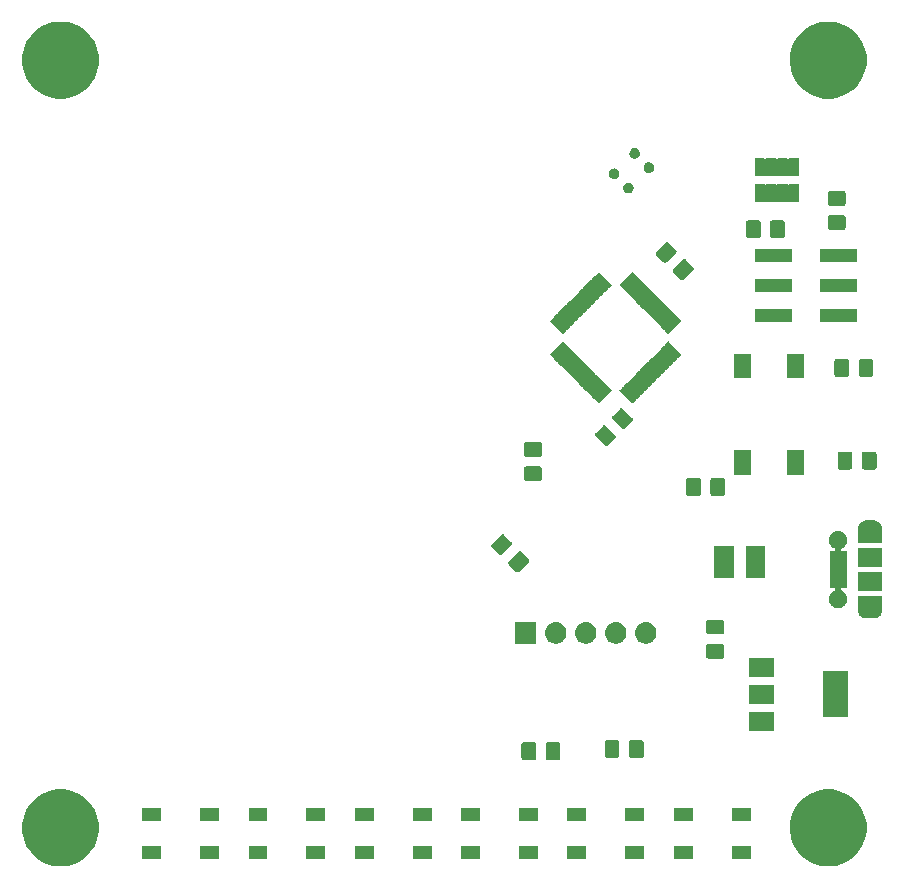
<source format=gbr>
G04 #@! TF.GenerationSoftware,KiCad,Pcbnew,(5.1.4)-1*
G04 #@! TF.CreationDate,2020-03-13T16:18:46-07:00*
G04 #@! TF.ProjectId,stm32F042cXt6_demo,73746d33-3246-4303-9432-635874365f64,rev?*
G04 #@! TF.SameCoordinates,Original*
G04 #@! TF.FileFunction,Soldermask,Top*
G04 #@! TF.FilePolarity,Negative*
%FSLAX46Y46*%
G04 Gerber Fmt 4.6, Leading zero omitted, Abs format (unit mm)*
G04 Created by KiCad (PCBNEW (5.1.4)-1) date 2020-03-13 16:18:46*
%MOMM*%
%LPD*%
G04 APERTURE LIST*
%ADD10C,0.100000*%
G04 APERTURE END LIST*
D10*
G36*
X100634239Y-91811467D02*
G01*
X100948282Y-91873934D01*
X101539926Y-92119001D01*
X102072392Y-92474784D01*
X102525216Y-92927608D01*
X102880999Y-93460074D01*
X103126066Y-94051718D01*
X103126066Y-94051719D01*
X103251000Y-94679803D01*
X103251000Y-95320197D01*
X103188533Y-95634239D01*
X103126066Y-95948282D01*
X102880999Y-96539926D01*
X102525216Y-97072392D01*
X102072392Y-97525216D01*
X101539926Y-97880999D01*
X100948282Y-98126066D01*
X100634239Y-98188533D01*
X100320197Y-98251000D01*
X99679803Y-98251000D01*
X99365761Y-98188533D01*
X99051718Y-98126066D01*
X98460074Y-97880999D01*
X97927608Y-97525216D01*
X97474784Y-97072392D01*
X97119001Y-96539926D01*
X96873934Y-95948282D01*
X96811467Y-95634239D01*
X96749000Y-95320197D01*
X96749000Y-94679803D01*
X96873934Y-94051719D01*
X96873934Y-94051718D01*
X97119001Y-93460074D01*
X97474784Y-92927608D01*
X97927608Y-92474784D01*
X98460074Y-92119001D01*
X99051718Y-91873934D01*
X99365761Y-91811467D01*
X99679803Y-91749000D01*
X100320197Y-91749000D01*
X100634239Y-91811467D01*
X100634239Y-91811467D01*
G37*
G36*
X35634239Y-91811467D02*
G01*
X35948282Y-91873934D01*
X36539926Y-92119001D01*
X37072392Y-92474784D01*
X37525216Y-92927608D01*
X37880999Y-93460074D01*
X38126066Y-94051718D01*
X38126066Y-94051719D01*
X38251000Y-94679803D01*
X38251000Y-95320197D01*
X38188533Y-95634239D01*
X38126066Y-95948282D01*
X37880999Y-96539926D01*
X37525216Y-97072392D01*
X37072392Y-97525216D01*
X36539926Y-97880999D01*
X35948282Y-98126066D01*
X35634239Y-98188533D01*
X35320197Y-98251000D01*
X34679803Y-98251000D01*
X34365761Y-98188533D01*
X34051718Y-98126066D01*
X33460074Y-97880999D01*
X32927608Y-97525216D01*
X32474784Y-97072392D01*
X32119001Y-96539926D01*
X31873934Y-95948282D01*
X31811467Y-95634239D01*
X31749000Y-95320197D01*
X31749000Y-94679803D01*
X31873934Y-94051719D01*
X31873934Y-94051718D01*
X32119001Y-93460074D01*
X32474784Y-92927608D01*
X32927608Y-92474784D01*
X33460074Y-92119001D01*
X34051718Y-91873934D01*
X34365761Y-91811467D01*
X34679803Y-91749000D01*
X35320197Y-91749000D01*
X35634239Y-91811467D01*
X35634239Y-91811467D01*
G37*
G36*
X88521000Y-97601000D02*
G01*
X86919000Y-97601000D01*
X86919000Y-96499000D01*
X88521000Y-96499000D01*
X88521000Y-97601000D01*
X88521000Y-97601000D01*
G37*
G36*
X70521000Y-97601000D02*
G01*
X68919000Y-97601000D01*
X68919000Y-96499000D01*
X70521000Y-96499000D01*
X70521000Y-97601000D01*
X70521000Y-97601000D01*
G37*
G36*
X57421000Y-97601000D02*
G01*
X55819000Y-97601000D01*
X55819000Y-96499000D01*
X57421000Y-96499000D01*
X57421000Y-97601000D01*
X57421000Y-97601000D01*
G37*
G36*
X66421000Y-97601000D02*
G01*
X64819000Y-97601000D01*
X64819000Y-96499000D01*
X66421000Y-96499000D01*
X66421000Y-97601000D01*
X66421000Y-97601000D01*
G37*
G36*
X52521000Y-97601000D02*
G01*
X50919000Y-97601000D01*
X50919000Y-96499000D01*
X52521000Y-96499000D01*
X52521000Y-97601000D01*
X52521000Y-97601000D01*
G37*
G36*
X61521000Y-97601000D02*
G01*
X59919000Y-97601000D01*
X59919000Y-96499000D01*
X61521000Y-96499000D01*
X61521000Y-97601000D01*
X61521000Y-97601000D01*
G37*
G36*
X75421000Y-97601000D02*
G01*
X73819000Y-97601000D01*
X73819000Y-96499000D01*
X75421000Y-96499000D01*
X75421000Y-97601000D01*
X75421000Y-97601000D01*
G37*
G36*
X43521000Y-97601000D02*
G01*
X41919000Y-97601000D01*
X41919000Y-96499000D01*
X43521000Y-96499000D01*
X43521000Y-97601000D01*
X43521000Y-97601000D01*
G37*
G36*
X84421000Y-97601000D02*
G01*
X82819000Y-97601000D01*
X82819000Y-96499000D01*
X84421000Y-96499000D01*
X84421000Y-97601000D01*
X84421000Y-97601000D01*
G37*
G36*
X79521000Y-97601000D02*
G01*
X77919000Y-97601000D01*
X77919000Y-96499000D01*
X79521000Y-96499000D01*
X79521000Y-97601000D01*
X79521000Y-97601000D01*
G37*
G36*
X93421000Y-97601000D02*
G01*
X91819000Y-97601000D01*
X91819000Y-96499000D01*
X93421000Y-96499000D01*
X93421000Y-97601000D01*
X93421000Y-97601000D01*
G37*
G36*
X48421000Y-97601000D02*
G01*
X46819000Y-97601000D01*
X46819000Y-96499000D01*
X48421000Y-96499000D01*
X48421000Y-97601000D01*
X48421000Y-97601000D01*
G37*
G36*
X84421000Y-94401000D02*
G01*
X82819000Y-94401000D01*
X82819000Y-93299000D01*
X84421000Y-93299000D01*
X84421000Y-94401000D01*
X84421000Y-94401000D01*
G37*
G36*
X43521000Y-94401000D02*
G01*
X41919000Y-94401000D01*
X41919000Y-93299000D01*
X43521000Y-93299000D01*
X43521000Y-94401000D01*
X43521000Y-94401000D01*
G37*
G36*
X48421000Y-94401000D02*
G01*
X46819000Y-94401000D01*
X46819000Y-93299000D01*
X48421000Y-93299000D01*
X48421000Y-94401000D01*
X48421000Y-94401000D01*
G37*
G36*
X52521000Y-94401000D02*
G01*
X50919000Y-94401000D01*
X50919000Y-93299000D01*
X52521000Y-93299000D01*
X52521000Y-94401000D01*
X52521000Y-94401000D01*
G37*
G36*
X66421000Y-94401000D02*
G01*
X64819000Y-94401000D01*
X64819000Y-93299000D01*
X66421000Y-93299000D01*
X66421000Y-94401000D01*
X66421000Y-94401000D01*
G37*
G36*
X61521000Y-94401000D02*
G01*
X59919000Y-94401000D01*
X59919000Y-93299000D01*
X61521000Y-93299000D01*
X61521000Y-94401000D01*
X61521000Y-94401000D01*
G37*
G36*
X75421000Y-94401000D02*
G01*
X73819000Y-94401000D01*
X73819000Y-93299000D01*
X75421000Y-93299000D01*
X75421000Y-94401000D01*
X75421000Y-94401000D01*
G37*
G36*
X70521000Y-94401000D02*
G01*
X68919000Y-94401000D01*
X68919000Y-93299000D01*
X70521000Y-93299000D01*
X70521000Y-94401000D01*
X70521000Y-94401000D01*
G37*
G36*
X79521000Y-94401000D02*
G01*
X77919000Y-94401000D01*
X77919000Y-93299000D01*
X79521000Y-93299000D01*
X79521000Y-94401000D01*
X79521000Y-94401000D01*
G37*
G36*
X93421000Y-94401000D02*
G01*
X91819000Y-94401000D01*
X91819000Y-93299000D01*
X93421000Y-93299000D01*
X93421000Y-94401000D01*
X93421000Y-94401000D01*
G37*
G36*
X57421000Y-94401000D02*
G01*
X55819000Y-94401000D01*
X55819000Y-93299000D01*
X57421000Y-93299000D01*
X57421000Y-94401000D01*
X57421000Y-94401000D01*
G37*
G36*
X88521000Y-94401000D02*
G01*
X86919000Y-94401000D01*
X86919000Y-93299000D01*
X88521000Y-93299000D01*
X88521000Y-94401000D01*
X88521000Y-94401000D01*
G37*
G36*
X75113674Y-87753465D02*
G01*
X75151367Y-87764899D01*
X75186103Y-87783466D01*
X75216548Y-87808452D01*
X75241534Y-87838897D01*
X75260101Y-87873633D01*
X75271535Y-87911326D01*
X75276000Y-87956661D01*
X75276000Y-89043339D01*
X75271535Y-89088674D01*
X75260101Y-89126367D01*
X75241534Y-89161103D01*
X75216548Y-89191548D01*
X75186103Y-89216534D01*
X75151367Y-89235101D01*
X75113674Y-89246535D01*
X75068339Y-89251000D01*
X74231661Y-89251000D01*
X74186326Y-89246535D01*
X74148633Y-89235101D01*
X74113897Y-89216534D01*
X74083452Y-89191548D01*
X74058466Y-89161103D01*
X74039899Y-89126367D01*
X74028465Y-89088674D01*
X74024000Y-89043339D01*
X74024000Y-87956661D01*
X74028465Y-87911326D01*
X74039899Y-87873633D01*
X74058466Y-87838897D01*
X74083452Y-87808452D01*
X74113897Y-87783466D01*
X74148633Y-87764899D01*
X74186326Y-87753465D01*
X74231661Y-87749000D01*
X75068339Y-87749000D01*
X75113674Y-87753465D01*
X75113674Y-87753465D01*
G37*
G36*
X77163674Y-87753465D02*
G01*
X77201367Y-87764899D01*
X77236103Y-87783466D01*
X77266548Y-87808452D01*
X77291534Y-87838897D01*
X77310101Y-87873633D01*
X77321535Y-87911326D01*
X77326000Y-87956661D01*
X77326000Y-89043339D01*
X77321535Y-89088674D01*
X77310101Y-89126367D01*
X77291534Y-89161103D01*
X77266548Y-89191548D01*
X77236103Y-89216534D01*
X77201367Y-89235101D01*
X77163674Y-89246535D01*
X77118339Y-89251000D01*
X76281661Y-89251000D01*
X76236326Y-89246535D01*
X76198633Y-89235101D01*
X76163897Y-89216534D01*
X76133452Y-89191548D01*
X76108466Y-89161103D01*
X76089899Y-89126367D01*
X76078465Y-89088674D01*
X76074000Y-89043339D01*
X76074000Y-87956661D01*
X76078465Y-87911326D01*
X76089899Y-87873633D01*
X76108466Y-87838897D01*
X76133452Y-87808452D01*
X76163897Y-87783466D01*
X76198633Y-87764899D01*
X76236326Y-87753465D01*
X76281661Y-87749000D01*
X77118339Y-87749000D01*
X77163674Y-87753465D01*
X77163674Y-87753465D01*
G37*
G36*
X82163674Y-87578465D02*
G01*
X82201367Y-87589899D01*
X82236103Y-87608466D01*
X82266548Y-87633452D01*
X82291534Y-87663897D01*
X82310101Y-87698633D01*
X82321535Y-87736326D01*
X82326000Y-87781661D01*
X82326000Y-88868339D01*
X82321535Y-88913674D01*
X82310101Y-88951367D01*
X82291534Y-88986103D01*
X82266548Y-89016548D01*
X82236103Y-89041534D01*
X82201367Y-89060101D01*
X82163674Y-89071535D01*
X82118339Y-89076000D01*
X81281661Y-89076000D01*
X81236326Y-89071535D01*
X81198633Y-89060101D01*
X81163897Y-89041534D01*
X81133452Y-89016548D01*
X81108466Y-88986103D01*
X81089899Y-88951367D01*
X81078465Y-88913674D01*
X81074000Y-88868339D01*
X81074000Y-87781661D01*
X81078465Y-87736326D01*
X81089899Y-87698633D01*
X81108466Y-87663897D01*
X81133452Y-87633452D01*
X81163897Y-87608466D01*
X81198633Y-87589899D01*
X81236326Y-87578465D01*
X81281661Y-87574000D01*
X82118339Y-87574000D01*
X82163674Y-87578465D01*
X82163674Y-87578465D01*
G37*
G36*
X84213674Y-87578465D02*
G01*
X84251367Y-87589899D01*
X84286103Y-87608466D01*
X84316548Y-87633452D01*
X84341534Y-87663897D01*
X84360101Y-87698633D01*
X84371535Y-87736326D01*
X84376000Y-87781661D01*
X84376000Y-88868339D01*
X84371535Y-88913674D01*
X84360101Y-88951367D01*
X84341534Y-88986103D01*
X84316548Y-89016548D01*
X84286103Y-89041534D01*
X84251367Y-89060101D01*
X84213674Y-89071535D01*
X84168339Y-89076000D01*
X83331661Y-89076000D01*
X83286326Y-89071535D01*
X83248633Y-89060101D01*
X83213897Y-89041534D01*
X83183452Y-89016548D01*
X83158466Y-88986103D01*
X83139899Y-88951367D01*
X83128465Y-88913674D01*
X83124000Y-88868339D01*
X83124000Y-87781661D01*
X83128465Y-87736326D01*
X83139899Y-87698633D01*
X83158466Y-87663897D01*
X83183452Y-87633452D01*
X83213897Y-87608466D01*
X83248633Y-87589899D01*
X83286326Y-87578465D01*
X83331661Y-87574000D01*
X84168339Y-87574000D01*
X84213674Y-87578465D01*
X84213674Y-87578465D01*
G37*
G36*
X95391000Y-86791000D02*
G01*
X93289000Y-86791000D01*
X93289000Y-85189000D01*
X95391000Y-85189000D01*
X95391000Y-86791000D01*
X95391000Y-86791000D01*
G37*
G36*
X101691000Y-85641000D02*
G01*
X99589000Y-85641000D01*
X99589000Y-81739000D01*
X101691000Y-81739000D01*
X101691000Y-85641000D01*
X101691000Y-85641000D01*
G37*
G36*
X95391000Y-84491000D02*
G01*
X93289000Y-84491000D01*
X93289000Y-82889000D01*
X95391000Y-82889000D01*
X95391000Y-84491000D01*
X95391000Y-84491000D01*
G37*
G36*
X95391000Y-82191000D02*
G01*
X93289000Y-82191000D01*
X93289000Y-80589000D01*
X95391000Y-80589000D01*
X95391000Y-82191000D01*
X95391000Y-82191000D01*
G37*
G36*
X91013674Y-79428465D02*
G01*
X91051367Y-79439899D01*
X91086103Y-79458466D01*
X91116548Y-79483452D01*
X91141534Y-79513897D01*
X91160101Y-79548633D01*
X91171535Y-79586326D01*
X91176000Y-79631661D01*
X91176000Y-80468339D01*
X91171535Y-80513674D01*
X91160101Y-80551367D01*
X91141534Y-80586103D01*
X91116548Y-80616548D01*
X91086103Y-80641534D01*
X91051367Y-80660101D01*
X91013674Y-80671535D01*
X90968339Y-80676000D01*
X89881661Y-80676000D01*
X89836326Y-80671535D01*
X89798633Y-80660101D01*
X89763897Y-80641534D01*
X89733452Y-80616548D01*
X89708466Y-80586103D01*
X89689899Y-80551367D01*
X89678465Y-80513674D01*
X89674000Y-80468339D01*
X89674000Y-79631661D01*
X89678465Y-79586326D01*
X89689899Y-79548633D01*
X89708466Y-79513897D01*
X89733452Y-79483452D01*
X89763897Y-79458466D01*
X89798633Y-79439899D01*
X89836326Y-79428465D01*
X89881661Y-79424000D01*
X90968339Y-79424000D01*
X91013674Y-79428465D01*
X91013674Y-79428465D01*
G37*
G36*
X82110443Y-77605519D02*
G01*
X82176627Y-77612037D01*
X82346466Y-77663557D01*
X82502991Y-77747222D01*
X82538729Y-77776552D01*
X82640186Y-77859814D01*
X82723448Y-77961271D01*
X82752778Y-77997009D01*
X82836443Y-78153534D01*
X82887963Y-78323373D01*
X82905359Y-78500000D01*
X82887963Y-78676627D01*
X82836443Y-78846466D01*
X82752778Y-79002991D01*
X82723448Y-79038729D01*
X82640186Y-79140186D01*
X82538729Y-79223448D01*
X82502991Y-79252778D01*
X82346466Y-79336443D01*
X82176627Y-79387963D01*
X82110443Y-79394481D01*
X82044260Y-79401000D01*
X81955740Y-79401000D01*
X81889557Y-79394481D01*
X81823373Y-79387963D01*
X81653534Y-79336443D01*
X81497009Y-79252778D01*
X81461271Y-79223448D01*
X81359814Y-79140186D01*
X81276552Y-79038729D01*
X81247222Y-79002991D01*
X81163557Y-78846466D01*
X81112037Y-78676627D01*
X81094641Y-78500000D01*
X81112037Y-78323373D01*
X81163557Y-78153534D01*
X81247222Y-77997009D01*
X81276552Y-77961271D01*
X81359814Y-77859814D01*
X81461271Y-77776552D01*
X81497009Y-77747222D01*
X81653534Y-77663557D01*
X81823373Y-77612037D01*
X81889557Y-77605519D01*
X81955740Y-77599000D01*
X82044260Y-77599000D01*
X82110443Y-77605519D01*
X82110443Y-77605519D01*
G37*
G36*
X79570443Y-77605519D02*
G01*
X79636627Y-77612037D01*
X79806466Y-77663557D01*
X79962991Y-77747222D01*
X79998729Y-77776552D01*
X80100186Y-77859814D01*
X80183448Y-77961271D01*
X80212778Y-77997009D01*
X80296443Y-78153534D01*
X80347963Y-78323373D01*
X80365359Y-78500000D01*
X80347963Y-78676627D01*
X80296443Y-78846466D01*
X80212778Y-79002991D01*
X80183448Y-79038729D01*
X80100186Y-79140186D01*
X79998729Y-79223448D01*
X79962991Y-79252778D01*
X79806466Y-79336443D01*
X79636627Y-79387963D01*
X79570443Y-79394481D01*
X79504260Y-79401000D01*
X79415740Y-79401000D01*
X79349557Y-79394481D01*
X79283373Y-79387963D01*
X79113534Y-79336443D01*
X78957009Y-79252778D01*
X78921271Y-79223448D01*
X78819814Y-79140186D01*
X78736552Y-79038729D01*
X78707222Y-79002991D01*
X78623557Y-78846466D01*
X78572037Y-78676627D01*
X78554641Y-78500000D01*
X78572037Y-78323373D01*
X78623557Y-78153534D01*
X78707222Y-77997009D01*
X78736552Y-77961271D01*
X78819814Y-77859814D01*
X78921271Y-77776552D01*
X78957009Y-77747222D01*
X79113534Y-77663557D01*
X79283373Y-77612037D01*
X79349557Y-77605519D01*
X79415740Y-77599000D01*
X79504260Y-77599000D01*
X79570443Y-77605519D01*
X79570443Y-77605519D01*
G37*
G36*
X84650443Y-77605519D02*
G01*
X84716627Y-77612037D01*
X84886466Y-77663557D01*
X85042991Y-77747222D01*
X85078729Y-77776552D01*
X85180186Y-77859814D01*
X85263448Y-77961271D01*
X85292778Y-77997009D01*
X85376443Y-78153534D01*
X85427963Y-78323373D01*
X85445359Y-78500000D01*
X85427963Y-78676627D01*
X85376443Y-78846466D01*
X85292778Y-79002991D01*
X85263448Y-79038729D01*
X85180186Y-79140186D01*
X85078729Y-79223448D01*
X85042991Y-79252778D01*
X84886466Y-79336443D01*
X84716627Y-79387963D01*
X84650443Y-79394481D01*
X84584260Y-79401000D01*
X84495740Y-79401000D01*
X84429557Y-79394481D01*
X84363373Y-79387963D01*
X84193534Y-79336443D01*
X84037009Y-79252778D01*
X84001271Y-79223448D01*
X83899814Y-79140186D01*
X83816552Y-79038729D01*
X83787222Y-79002991D01*
X83703557Y-78846466D01*
X83652037Y-78676627D01*
X83634641Y-78500000D01*
X83652037Y-78323373D01*
X83703557Y-78153534D01*
X83787222Y-77997009D01*
X83816552Y-77961271D01*
X83899814Y-77859814D01*
X84001271Y-77776552D01*
X84037009Y-77747222D01*
X84193534Y-77663557D01*
X84363373Y-77612037D01*
X84429557Y-77605519D01*
X84495740Y-77599000D01*
X84584260Y-77599000D01*
X84650443Y-77605519D01*
X84650443Y-77605519D01*
G37*
G36*
X75281000Y-79401000D02*
G01*
X73479000Y-79401000D01*
X73479000Y-77599000D01*
X75281000Y-77599000D01*
X75281000Y-79401000D01*
X75281000Y-79401000D01*
G37*
G36*
X77030443Y-77605519D02*
G01*
X77096627Y-77612037D01*
X77266466Y-77663557D01*
X77422991Y-77747222D01*
X77458729Y-77776552D01*
X77560186Y-77859814D01*
X77643448Y-77961271D01*
X77672778Y-77997009D01*
X77756443Y-78153534D01*
X77807963Y-78323373D01*
X77825359Y-78500000D01*
X77807963Y-78676627D01*
X77756443Y-78846466D01*
X77672778Y-79002991D01*
X77643448Y-79038729D01*
X77560186Y-79140186D01*
X77458729Y-79223448D01*
X77422991Y-79252778D01*
X77266466Y-79336443D01*
X77096627Y-79387963D01*
X77030443Y-79394481D01*
X76964260Y-79401000D01*
X76875740Y-79401000D01*
X76809557Y-79394481D01*
X76743373Y-79387963D01*
X76573534Y-79336443D01*
X76417009Y-79252778D01*
X76381271Y-79223448D01*
X76279814Y-79140186D01*
X76196552Y-79038729D01*
X76167222Y-79002991D01*
X76083557Y-78846466D01*
X76032037Y-78676627D01*
X76014641Y-78500000D01*
X76032037Y-78323373D01*
X76083557Y-78153534D01*
X76167222Y-77997009D01*
X76196552Y-77961271D01*
X76279814Y-77859814D01*
X76381271Y-77776552D01*
X76417009Y-77747222D01*
X76573534Y-77663557D01*
X76743373Y-77612037D01*
X76809557Y-77605519D01*
X76875740Y-77599000D01*
X76964260Y-77599000D01*
X77030443Y-77605519D01*
X77030443Y-77605519D01*
G37*
G36*
X91013674Y-77378465D02*
G01*
X91051367Y-77389899D01*
X91086103Y-77408466D01*
X91116548Y-77433452D01*
X91141534Y-77463897D01*
X91160101Y-77498633D01*
X91171535Y-77536326D01*
X91176000Y-77581661D01*
X91176000Y-78418339D01*
X91171535Y-78463674D01*
X91160101Y-78501367D01*
X91141534Y-78536103D01*
X91116548Y-78566548D01*
X91086103Y-78591534D01*
X91051367Y-78610101D01*
X91013674Y-78621535D01*
X90968339Y-78626000D01*
X89881661Y-78626000D01*
X89836326Y-78621535D01*
X89798633Y-78610101D01*
X89763897Y-78591534D01*
X89733452Y-78566548D01*
X89708466Y-78536103D01*
X89689899Y-78501367D01*
X89678465Y-78463674D01*
X89674000Y-78418339D01*
X89674000Y-77581661D01*
X89678465Y-77536326D01*
X89689899Y-77498633D01*
X89708466Y-77463897D01*
X89733452Y-77433452D01*
X89763897Y-77408466D01*
X89798633Y-77389899D01*
X89836326Y-77378465D01*
X89881661Y-77374000D01*
X90968339Y-77374000D01*
X91013674Y-77378465D01*
X91013674Y-77378465D01*
G37*
G36*
X104538500Y-76581886D02*
G01*
X104539102Y-76594138D01*
X104541649Y-76620000D01*
X104539102Y-76645862D01*
X104538500Y-76658114D01*
X104538500Y-76731406D01*
X104529543Y-76748164D01*
X104525415Y-76759701D01*
X104499632Y-76844693D01*
X104491854Y-76870336D01*
X104431406Y-76983425D01*
X104350054Y-77082554D01*
X104250925Y-77163906D01*
X104137836Y-77224354D01*
X104105904Y-77234040D01*
X104015118Y-77261580D01*
X103951355Y-77267860D01*
X103919474Y-77271000D01*
X103155526Y-77271000D01*
X103123645Y-77267860D01*
X103059882Y-77261580D01*
X102969096Y-77234040D01*
X102937164Y-77224354D01*
X102824075Y-77163906D01*
X102724946Y-77082554D01*
X102643594Y-76983425D01*
X102583146Y-76870336D01*
X102575368Y-76844693D01*
X102549587Y-76759708D01*
X102540213Y-76737075D01*
X102536500Y-76731518D01*
X102536500Y-76658114D01*
X102535898Y-76645862D01*
X102533351Y-76620000D01*
X102535898Y-76594138D01*
X102536500Y-76581886D01*
X102536500Y-75369000D01*
X104538500Y-75369000D01*
X104538500Y-76581886D01*
X104538500Y-76581886D01*
G37*
G36*
X101063848Y-69873820D02*
G01*
X101063850Y-69873821D01*
X101063851Y-69873821D01*
X101205074Y-69932317D01*
X101205077Y-69932319D01*
X101332169Y-70017239D01*
X101440261Y-70125331D01*
X101519544Y-70243986D01*
X101525183Y-70252426D01*
X101583679Y-70393649D01*
X101583680Y-70393652D01*
X101613500Y-70543569D01*
X101613500Y-70696431D01*
X101587886Y-70825204D01*
X101583679Y-70846351D01*
X101525183Y-70987574D01*
X101525181Y-70987577D01*
X101440261Y-71114669D01*
X101332169Y-71222761D01*
X101269230Y-71264815D01*
X101205074Y-71307683D01*
X101154772Y-71328519D01*
X101133164Y-71340068D01*
X101114222Y-71355614D01*
X101098677Y-71374556D01*
X101087126Y-71396166D01*
X101080013Y-71419615D01*
X101077611Y-71444001D01*
X101080013Y-71468387D01*
X101087126Y-71491836D01*
X101098677Y-71513447D01*
X101114223Y-71532389D01*
X101133165Y-71547934D01*
X101154775Y-71559485D01*
X101178224Y-71566598D01*
X101202610Y-71569000D01*
X101563500Y-71569000D01*
X101563500Y-74671000D01*
X101202610Y-74671000D01*
X101178224Y-74673402D01*
X101154775Y-74680515D01*
X101133164Y-74692066D01*
X101114222Y-74707611D01*
X101098677Y-74726553D01*
X101087126Y-74748164D01*
X101080013Y-74771613D01*
X101077611Y-74795999D01*
X101080013Y-74820385D01*
X101087126Y-74843834D01*
X101098677Y-74865445D01*
X101114222Y-74884387D01*
X101133164Y-74899932D01*
X101154772Y-74911481D01*
X101205074Y-74932317D01*
X101205075Y-74932318D01*
X101332169Y-75017239D01*
X101440261Y-75125331D01*
X101525181Y-75252423D01*
X101525183Y-75252426D01*
X101583679Y-75393649D01*
X101613500Y-75543571D01*
X101613500Y-75696429D01*
X101583679Y-75846351D01*
X101525183Y-75987574D01*
X101525181Y-75987577D01*
X101440261Y-76114669D01*
X101332169Y-76222761D01*
X101281564Y-76256574D01*
X101205074Y-76307683D01*
X101063851Y-76366179D01*
X101063850Y-76366179D01*
X101063848Y-76366180D01*
X100913931Y-76396000D01*
X100761069Y-76396000D01*
X100611152Y-76366180D01*
X100611150Y-76366179D01*
X100611149Y-76366179D01*
X100469926Y-76307683D01*
X100393436Y-76256574D01*
X100342831Y-76222761D01*
X100234739Y-76114669D01*
X100149819Y-75987577D01*
X100149817Y-75987574D01*
X100091321Y-75846351D01*
X100061500Y-75696429D01*
X100061500Y-75543571D01*
X100091321Y-75393649D01*
X100149817Y-75252426D01*
X100149819Y-75252423D01*
X100234739Y-75125331D01*
X100342831Y-75017239D01*
X100469925Y-74932318D01*
X100469926Y-74932317D01*
X100520228Y-74911481D01*
X100541836Y-74899932D01*
X100560778Y-74884386D01*
X100576323Y-74865444D01*
X100587874Y-74843834D01*
X100594987Y-74820385D01*
X100597389Y-74795999D01*
X100594987Y-74771613D01*
X100587874Y-74748164D01*
X100576323Y-74726553D01*
X100560777Y-74707611D01*
X100541835Y-74692066D01*
X100520225Y-74680515D01*
X100496776Y-74673402D01*
X100472390Y-74671000D01*
X100111500Y-74671000D01*
X100111500Y-71569000D01*
X100472390Y-71569000D01*
X100496776Y-71566598D01*
X100520225Y-71559485D01*
X100541836Y-71547934D01*
X100560778Y-71532389D01*
X100576323Y-71513447D01*
X100587874Y-71491836D01*
X100594987Y-71468387D01*
X100597389Y-71444001D01*
X100594987Y-71419615D01*
X100587874Y-71396166D01*
X100576323Y-71374555D01*
X100560778Y-71355613D01*
X100541836Y-71340068D01*
X100520228Y-71328519D01*
X100469926Y-71307683D01*
X100405770Y-71264815D01*
X100342831Y-71222761D01*
X100234739Y-71114669D01*
X100149819Y-70987577D01*
X100149817Y-70987574D01*
X100091321Y-70846351D01*
X100087115Y-70825204D01*
X100061500Y-70696431D01*
X100061500Y-70543569D01*
X100091320Y-70393652D01*
X100091321Y-70393649D01*
X100149817Y-70252426D01*
X100155456Y-70243986D01*
X100234739Y-70125331D01*
X100342831Y-70017239D01*
X100469923Y-69932319D01*
X100469926Y-69932317D01*
X100611149Y-69873821D01*
X100611150Y-69873821D01*
X100611152Y-69873820D01*
X100761069Y-69844000D01*
X100913931Y-69844000D01*
X101063848Y-69873820D01*
X101063848Y-69873820D01*
G37*
G36*
X104538500Y-74921000D02*
G01*
X102536500Y-74921000D01*
X102536500Y-73319000D01*
X104538500Y-73319000D01*
X104538500Y-74921000D01*
X104538500Y-74921000D01*
G37*
G36*
X91981000Y-73826000D02*
G01*
X90319000Y-73826000D01*
X90319000Y-71174000D01*
X91981000Y-71174000D01*
X91981000Y-73826000D01*
X91981000Y-73826000D01*
G37*
G36*
X94681000Y-73826000D02*
G01*
X93019000Y-73826000D01*
X93019000Y-71174000D01*
X94681000Y-71174000D01*
X94681000Y-73826000D01*
X94681000Y-73826000D01*
G37*
G36*
X73927367Y-71589036D02*
G01*
X73965060Y-71600470D01*
X73999796Y-71619037D01*
X74035009Y-71647935D01*
X74626633Y-72239559D01*
X74655531Y-72274772D01*
X74674098Y-72309508D01*
X74685532Y-72347201D01*
X74689392Y-72386396D01*
X74685532Y-72425591D01*
X74674098Y-72463284D01*
X74655531Y-72498020D01*
X74626633Y-72533233D01*
X73858233Y-73301633D01*
X73823020Y-73330531D01*
X73788284Y-73349098D01*
X73750591Y-73360532D01*
X73711396Y-73364392D01*
X73672201Y-73360532D01*
X73634508Y-73349098D01*
X73599772Y-73330531D01*
X73564559Y-73301633D01*
X72972935Y-72710009D01*
X72944037Y-72674796D01*
X72925470Y-72640060D01*
X72914036Y-72602367D01*
X72910176Y-72563172D01*
X72914036Y-72523977D01*
X72925470Y-72486284D01*
X72944037Y-72451548D01*
X72972935Y-72416335D01*
X73741335Y-71647935D01*
X73776548Y-71619037D01*
X73811284Y-71600470D01*
X73848977Y-71589036D01*
X73888172Y-71585176D01*
X73927367Y-71589036D01*
X73927367Y-71589036D01*
G37*
G36*
X104538500Y-72921000D02*
G01*
X102536500Y-72921000D01*
X102536500Y-71319000D01*
X104538500Y-71319000D01*
X104538500Y-72921000D01*
X104538500Y-72921000D01*
G37*
G36*
X72477799Y-70139468D02*
G01*
X72515492Y-70150902D01*
X72550228Y-70169469D01*
X72585441Y-70198367D01*
X73177065Y-70789991D01*
X73205963Y-70825204D01*
X73224530Y-70859940D01*
X73235964Y-70897633D01*
X73239824Y-70936828D01*
X73235964Y-70976023D01*
X73224530Y-71013716D01*
X73205963Y-71048452D01*
X73177065Y-71083665D01*
X72408665Y-71852065D01*
X72373452Y-71880963D01*
X72338716Y-71899530D01*
X72301023Y-71910964D01*
X72261828Y-71914824D01*
X72222633Y-71910964D01*
X72184940Y-71899530D01*
X72150204Y-71880963D01*
X72114991Y-71852065D01*
X71523367Y-71260441D01*
X71494469Y-71225228D01*
X71475902Y-71190492D01*
X71464468Y-71152799D01*
X71460608Y-71113604D01*
X71464468Y-71074409D01*
X71475902Y-71036716D01*
X71494469Y-71001980D01*
X71523367Y-70966767D01*
X72291767Y-70198367D01*
X72326980Y-70169469D01*
X72361716Y-70150902D01*
X72399409Y-70139468D01*
X72438604Y-70135608D01*
X72477799Y-70139468D01*
X72477799Y-70139468D01*
G37*
G36*
X103951355Y-68972140D02*
G01*
X104015118Y-68978420D01*
X104105904Y-69005960D01*
X104137836Y-69015646D01*
X104250925Y-69076094D01*
X104350054Y-69157446D01*
X104431406Y-69256575D01*
X104491854Y-69369664D01*
X104491855Y-69369668D01*
X104525413Y-69480292D01*
X104534787Y-69502925D01*
X104538500Y-69508482D01*
X104538500Y-69581886D01*
X104539102Y-69594138D01*
X104541649Y-69620000D01*
X104539102Y-69645862D01*
X104538500Y-69658114D01*
X104538500Y-70871000D01*
X102536500Y-70871000D01*
X102536500Y-69658114D01*
X102535898Y-69645862D01*
X102533351Y-69620000D01*
X102535898Y-69594138D01*
X102536500Y-69581886D01*
X102536500Y-69508594D01*
X102545457Y-69491836D01*
X102549585Y-69480299D01*
X102583145Y-69369668D01*
X102583146Y-69369664D01*
X102643594Y-69256575D01*
X102724946Y-69157446D01*
X102824075Y-69076094D01*
X102937164Y-69015646D01*
X102969096Y-69005960D01*
X103059882Y-68978420D01*
X103123645Y-68972140D01*
X103155526Y-68969000D01*
X103919474Y-68969000D01*
X103951355Y-68972140D01*
X103951355Y-68972140D01*
G37*
G36*
X91113674Y-65378465D02*
G01*
X91151367Y-65389899D01*
X91186103Y-65408466D01*
X91216548Y-65433452D01*
X91241534Y-65463897D01*
X91260101Y-65498633D01*
X91271535Y-65536326D01*
X91276000Y-65581661D01*
X91276000Y-66668339D01*
X91271535Y-66713674D01*
X91260101Y-66751367D01*
X91241534Y-66786103D01*
X91216548Y-66816548D01*
X91186103Y-66841534D01*
X91151367Y-66860101D01*
X91113674Y-66871535D01*
X91068339Y-66876000D01*
X90231661Y-66876000D01*
X90186326Y-66871535D01*
X90148633Y-66860101D01*
X90113897Y-66841534D01*
X90083452Y-66816548D01*
X90058466Y-66786103D01*
X90039899Y-66751367D01*
X90028465Y-66713674D01*
X90024000Y-66668339D01*
X90024000Y-65581661D01*
X90028465Y-65536326D01*
X90039899Y-65498633D01*
X90058466Y-65463897D01*
X90083452Y-65433452D01*
X90113897Y-65408466D01*
X90148633Y-65389899D01*
X90186326Y-65378465D01*
X90231661Y-65374000D01*
X91068339Y-65374000D01*
X91113674Y-65378465D01*
X91113674Y-65378465D01*
G37*
G36*
X89063674Y-65378465D02*
G01*
X89101367Y-65389899D01*
X89136103Y-65408466D01*
X89166548Y-65433452D01*
X89191534Y-65463897D01*
X89210101Y-65498633D01*
X89221535Y-65536326D01*
X89226000Y-65581661D01*
X89226000Y-66668339D01*
X89221535Y-66713674D01*
X89210101Y-66751367D01*
X89191534Y-66786103D01*
X89166548Y-66816548D01*
X89136103Y-66841534D01*
X89101367Y-66860101D01*
X89063674Y-66871535D01*
X89018339Y-66876000D01*
X88181661Y-66876000D01*
X88136326Y-66871535D01*
X88098633Y-66860101D01*
X88063897Y-66841534D01*
X88033452Y-66816548D01*
X88008466Y-66786103D01*
X87989899Y-66751367D01*
X87978465Y-66713674D01*
X87974000Y-66668339D01*
X87974000Y-65581661D01*
X87978465Y-65536326D01*
X87989899Y-65498633D01*
X88008466Y-65463897D01*
X88033452Y-65433452D01*
X88063897Y-65408466D01*
X88098633Y-65389899D01*
X88136326Y-65378465D01*
X88181661Y-65374000D01*
X89018339Y-65374000D01*
X89063674Y-65378465D01*
X89063674Y-65378465D01*
G37*
G36*
X75588674Y-64378465D02*
G01*
X75626367Y-64389899D01*
X75661103Y-64408466D01*
X75691548Y-64433452D01*
X75716534Y-64463897D01*
X75735101Y-64498633D01*
X75746535Y-64536326D01*
X75751000Y-64581661D01*
X75751000Y-65418339D01*
X75746535Y-65463674D01*
X75735101Y-65501367D01*
X75716534Y-65536103D01*
X75691548Y-65566548D01*
X75661103Y-65591534D01*
X75626367Y-65610101D01*
X75588674Y-65621535D01*
X75543339Y-65626000D01*
X74456661Y-65626000D01*
X74411326Y-65621535D01*
X74373633Y-65610101D01*
X74338897Y-65591534D01*
X74308452Y-65566548D01*
X74283466Y-65536103D01*
X74264899Y-65501367D01*
X74253465Y-65463674D01*
X74249000Y-65418339D01*
X74249000Y-64581661D01*
X74253465Y-64536326D01*
X74264899Y-64498633D01*
X74283466Y-64463897D01*
X74308452Y-64433452D01*
X74338897Y-64408466D01*
X74373633Y-64389899D01*
X74411326Y-64378465D01*
X74456661Y-64374000D01*
X75543339Y-64374000D01*
X75588674Y-64378465D01*
X75588674Y-64378465D01*
G37*
G36*
X93451000Y-65151000D02*
G01*
X92049000Y-65151000D01*
X92049000Y-63049000D01*
X93451000Y-63049000D01*
X93451000Y-65151000D01*
X93451000Y-65151000D01*
G37*
G36*
X97951000Y-65151000D02*
G01*
X96549000Y-65151000D01*
X96549000Y-63049000D01*
X97951000Y-63049000D01*
X97951000Y-65151000D01*
X97951000Y-65151000D01*
G37*
G36*
X103928674Y-63163465D02*
G01*
X103966367Y-63174899D01*
X104001103Y-63193466D01*
X104031548Y-63218452D01*
X104056534Y-63248897D01*
X104075101Y-63283633D01*
X104086535Y-63321326D01*
X104091000Y-63366661D01*
X104091000Y-64453339D01*
X104086535Y-64498674D01*
X104075101Y-64536367D01*
X104056534Y-64571103D01*
X104031548Y-64601548D01*
X104001103Y-64626534D01*
X103966367Y-64645101D01*
X103928674Y-64656535D01*
X103883339Y-64661000D01*
X103046661Y-64661000D01*
X103001326Y-64656535D01*
X102963633Y-64645101D01*
X102928897Y-64626534D01*
X102898452Y-64601548D01*
X102873466Y-64571103D01*
X102854899Y-64536367D01*
X102843465Y-64498674D01*
X102839000Y-64453339D01*
X102839000Y-63366661D01*
X102843465Y-63321326D01*
X102854899Y-63283633D01*
X102873466Y-63248897D01*
X102898452Y-63218452D01*
X102928897Y-63193466D01*
X102963633Y-63174899D01*
X103001326Y-63163465D01*
X103046661Y-63159000D01*
X103883339Y-63159000D01*
X103928674Y-63163465D01*
X103928674Y-63163465D01*
G37*
G36*
X101878674Y-63163465D02*
G01*
X101916367Y-63174899D01*
X101951103Y-63193466D01*
X101981548Y-63218452D01*
X102006534Y-63248897D01*
X102025101Y-63283633D01*
X102036535Y-63321326D01*
X102041000Y-63366661D01*
X102041000Y-64453339D01*
X102036535Y-64498674D01*
X102025101Y-64536367D01*
X102006534Y-64571103D01*
X101981548Y-64601548D01*
X101951103Y-64626534D01*
X101916367Y-64645101D01*
X101878674Y-64656535D01*
X101833339Y-64661000D01*
X100996661Y-64661000D01*
X100951326Y-64656535D01*
X100913633Y-64645101D01*
X100878897Y-64626534D01*
X100848452Y-64601548D01*
X100823466Y-64571103D01*
X100804899Y-64536367D01*
X100793465Y-64498674D01*
X100789000Y-64453339D01*
X100789000Y-63366661D01*
X100793465Y-63321326D01*
X100804899Y-63283633D01*
X100823466Y-63248897D01*
X100848452Y-63218452D01*
X100878897Y-63193466D01*
X100913633Y-63174899D01*
X100951326Y-63163465D01*
X100996661Y-63159000D01*
X101833339Y-63159000D01*
X101878674Y-63163465D01*
X101878674Y-63163465D01*
G37*
G36*
X75588674Y-62328465D02*
G01*
X75626367Y-62339899D01*
X75661103Y-62358466D01*
X75691548Y-62383452D01*
X75716534Y-62413897D01*
X75735101Y-62448633D01*
X75746535Y-62486326D01*
X75751000Y-62531661D01*
X75751000Y-63368339D01*
X75746535Y-63413674D01*
X75735101Y-63451367D01*
X75716534Y-63486103D01*
X75691548Y-63516548D01*
X75661103Y-63541534D01*
X75626367Y-63560101D01*
X75588674Y-63571535D01*
X75543339Y-63576000D01*
X74456661Y-63576000D01*
X74411326Y-63571535D01*
X74373633Y-63560101D01*
X74338897Y-63541534D01*
X74308452Y-63516548D01*
X74283466Y-63486103D01*
X74264899Y-63451367D01*
X74253465Y-63413674D01*
X74249000Y-63368339D01*
X74249000Y-62531661D01*
X74253465Y-62486326D01*
X74264899Y-62448633D01*
X74283466Y-62413897D01*
X74308452Y-62383452D01*
X74338897Y-62358466D01*
X74373633Y-62339899D01*
X74411326Y-62328465D01*
X74456661Y-62324000D01*
X75543339Y-62324000D01*
X75588674Y-62328465D01*
X75588674Y-62328465D01*
G37*
G36*
X81076023Y-60914036D02*
G01*
X81113716Y-60925470D01*
X81148452Y-60944037D01*
X81183665Y-60972935D01*
X81952065Y-61741335D01*
X81980963Y-61776548D01*
X81999530Y-61811284D01*
X82010964Y-61848977D01*
X82014824Y-61888172D01*
X82010964Y-61927367D01*
X81999530Y-61965060D01*
X81980963Y-61999796D01*
X81952065Y-62035009D01*
X81360441Y-62626633D01*
X81325228Y-62655531D01*
X81290492Y-62674098D01*
X81252799Y-62685532D01*
X81213604Y-62689392D01*
X81174409Y-62685532D01*
X81136716Y-62674098D01*
X81101980Y-62655531D01*
X81066767Y-62626633D01*
X80298367Y-61858233D01*
X80269469Y-61823020D01*
X80250902Y-61788284D01*
X80239468Y-61750591D01*
X80235608Y-61711396D01*
X80239468Y-61672201D01*
X80250902Y-61634508D01*
X80269469Y-61599772D01*
X80298367Y-61564559D01*
X80889991Y-60972935D01*
X80925204Y-60944037D01*
X80959940Y-60925470D01*
X80997633Y-60914036D01*
X81036828Y-60910176D01*
X81076023Y-60914036D01*
X81076023Y-60914036D01*
G37*
G36*
X82525591Y-59464468D02*
G01*
X82563284Y-59475902D01*
X82598020Y-59494469D01*
X82633233Y-59523367D01*
X83401633Y-60291767D01*
X83430531Y-60326980D01*
X83449098Y-60361716D01*
X83460532Y-60399409D01*
X83464392Y-60438604D01*
X83460532Y-60477799D01*
X83449098Y-60515492D01*
X83430531Y-60550228D01*
X83401633Y-60585441D01*
X82810009Y-61177065D01*
X82774796Y-61205963D01*
X82740060Y-61224530D01*
X82702367Y-61235964D01*
X82663172Y-61239824D01*
X82623977Y-61235964D01*
X82586284Y-61224530D01*
X82551548Y-61205963D01*
X82516335Y-61177065D01*
X81747935Y-60408665D01*
X81719037Y-60373452D01*
X81700470Y-60338716D01*
X81689036Y-60301023D01*
X81685176Y-60261828D01*
X81689036Y-60222633D01*
X81700470Y-60184940D01*
X81719037Y-60150204D01*
X81747935Y-60114991D01*
X82339559Y-59523367D01*
X82374772Y-59494469D01*
X82409508Y-59475902D01*
X82447201Y-59464468D01*
X82486396Y-59460608D01*
X82525591Y-59464468D01*
X82525591Y-59464468D01*
G37*
G36*
X77534844Y-53816169D02*
G01*
X77541859Y-53818297D01*
X77548325Y-53821754D01*
X77558759Y-53830316D01*
X77780596Y-54052153D01*
X77789158Y-54062587D01*
X77792615Y-54069054D01*
X77797146Y-54083990D01*
X77806523Y-54106629D01*
X77820137Y-54127003D01*
X77837464Y-54144330D01*
X77857839Y-54157944D01*
X77880476Y-54167320D01*
X77895412Y-54171851D01*
X77901879Y-54175308D01*
X77912313Y-54183870D01*
X78134150Y-54405707D01*
X78142712Y-54416141D01*
X78146169Y-54422607D01*
X78150700Y-54437544D01*
X78160078Y-54460183D01*
X78173692Y-54480557D01*
X78191019Y-54497884D01*
X78211394Y-54511497D01*
X78234029Y-54520873D01*
X78248966Y-54525404D01*
X78255432Y-54528861D01*
X78265866Y-54537423D01*
X78487703Y-54759260D01*
X78496265Y-54769694D01*
X78499722Y-54776161D01*
X78504253Y-54791097D01*
X78513630Y-54813736D01*
X78527244Y-54834110D01*
X78544571Y-54851437D01*
X78564946Y-54865051D01*
X78587583Y-54874427D01*
X78602519Y-54878958D01*
X78608986Y-54882415D01*
X78619420Y-54890977D01*
X78841257Y-55112814D01*
X78849819Y-55123248D01*
X78853276Y-55129714D01*
X78857807Y-55144651D01*
X78867185Y-55167290D01*
X78880799Y-55187664D01*
X78898126Y-55204991D01*
X78918501Y-55218604D01*
X78941136Y-55227980D01*
X78956073Y-55232511D01*
X78962539Y-55235968D01*
X78972973Y-55244530D01*
X79194810Y-55466367D01*
X79203372Y-55476801D01*
X79206829Y-55483267D01*
X79211360Y-55498204D01*
X79220738Y-55520843D01*
X79234352Y-55541217D01*
X79251679Y-55558544D01*
X79272054Y-55572157D01*
X79294689Y-55581533D01*
X79309626Y-55586064D01*
X79316092Y-55589521D01*
X79326526Y-55598083D01*
X79548363Y-55819920D01*
X79556925Y-55830354D01*
X79560382Y-55836821D01*
X79564913Y-55851757D01*
X79574290Y-55874396D01*
X79587904Y-55894770D01*
X79605231Y-55912097D01*
X79625606Y-55925711D01*
X79648243Y-55935087D01*
X79663179Y-55939618D01*
X79669646Y-55943075D01*
X79680080Y-55951637D01*
X79901917Y-56173474D01*
X79910479Y-56183908D01*
X79913936Y-56190374D01*
X79918467Y-56205311D01*
X79927845Y-56227950D01*
X79941459Y-56248324D01*
X79958786Y-56265651D01*
X79979161Y-56279264D01*
X80001796Y-56288640D01*
X80016733Y-56293171D01*
X80023199Y-56296628D01*
X80033633Y-56305190D01*
X80255470Y-56527027D01*
X80264032Y-56537461D01*
X80267489Y-56543927D01*
X80272020Y-56558864D01*
X80281398Y-56581503D01*
X80295012Y-56601877D01*
X80312339Y-56619204D01*
X80332714Y-56632817D01*
X80355349Y-56642193D01*
X80370286Y-56646724D01*
X80376752Y-56650181D01*
X80387186Y-56658743D01*
X80609023Y-56880580D01*
X80617585Y-56891014D01*
X80621042Y-56897481D01*
X80625573Y-56912417D01*
X80634950Y-56935056D01*
X80648564Y-56955430D01*
X80665891Y-56972757D01*
X80686266Y-56986371D01*
X80708903Y-56995747D01*
X80723839Y-57000278D01*
X80730306Y-57003735D01*
X80740740Y-57012297D01*
X80962577Y-57234134D01*
X80971139Y-57244568D01*
X80974596Y-57251034D01*
X80979127Y-57265971D01*
X80988505Y-57288610D01*
X81002119Y-57308984D01*
X81019446Y-57326311D01*
X81039821Y-57339924D01*
X81062456Y-57349300D01*
X81077393Y-57353831D01*
X81083859Y-57357288D01*
X81094293Y-57365850D01*
X81316130Y-57587687D01*
X81324692Y-57598121D01*
X81328149Y-57604588D01*
X81332680Y-57619524D01*
X81342057Y-57642163D01*
X81355671Y-57662537D01*
X81372998Y-57679864D01*
X81393373Y-57693478D01*
X81416010Y-57702854D01*
X81430946Y-57707385D01*
X81437413Y-57710842D01*
X81447847Y-57719404D01*
X81669684Y-57941241D01*
X81678246Y-57951675D01*
X81681703Y-57958141D01*
X81683831Y-57965156D01*
X81684549Y-57972451D01*
X81683831Y-57979746D01*
X81681703Y-57986761D01*
X81678246Y-57993227D01*
X81669684Y-58003661D01*
X80616997Y-59056348D01*
X80606563Y-59064910D01*
X80600097Y-59068367D01*
X80593082Y-59070495D01*
X80585787Y-59071213D01*
X80578492Y-59070495D01*
X80571477Y-59068367D01*
X80565011Y-59064910D01*
X80554577Y-59056348D01*
X80332740Y-58834511D01*
X80324178Y-58824077D01*
X80320721Y-58817610D01*
X80316190Y-58802674D01*
X80306813Y-58780035D01*
X80293199Y-58759661D01*
X80275872Y-58742334D01*
X80255497Y-58728720D01*
X80232860Y-58719344D01*
X80217924Y-58714813D01*
X80211457Y-58711356D01*
X80201023Y-58702794D01*
X79979186Y-58480957D01*
X79970624Y-58470523D01*
X79967167Y-58464057D01*
X79962636Y-58449120D01*
X79953258Y-58426481D01*
X79939644Y-58406107D01*
X79922317Y-58388780D01*
X79901942Y-58375167D01*
X79879307Y-58365791D01*
X79864370Y-58361260D01*
X79857904Y-58357803D01*
X79847470Y-58349241D01*
X79625633Y-58127404D01*
X79617071Y-58116970D01*
X79613614Y-58110503D01*
X79609083Y-58095567D01*
X79599706Y-58072928D01*
X79586092Y-58052554D01*
X79568765Y-58035227D01*
X79548390Y-58021613D01*
X79525753Y-58012237D01*
X79510817Y-58007706D01*
X79504350Y-58004249D01*
X79493916Y-57995687D01*
X79272079Y-57773850D01*
X79263517Y-57763416D01*
X79260060Y-57756950D01*
X79255529Y-57742013D01*
X79246151Y-57719374D01*
X79232537Y-57699000D01*
X79215210Y-57681673D01*
X79194835Y-57668060D01*
X79172200Y-57658684D01*
X79157263Y-57654153D01*
X79150797Y-57650696D01*
X79140363Y-57642134D01*
X78918526Y-57420297D01*
X78909964Y-57409863D01*
X78906507Y-57403397D01*
X78901976Y-57388460D01*
X78892598Y-57365821D01*
X78878984Y-57345447D01*
X78861657Y-57328120D01*
X78841282Y-57314507D01*
X78818647Y-57305131D01*
X78803710Y-57300600D01*
X78797244Y-57297143D01*
X78786810Y-57288581D01*
X78564973Y-57066744D01*
X78556411Y-57056310D01*
X78552954Y-57049843D01*
X78548423Y-57034907D01*
X78539046Y-57012268D01*
X78525432Y-56991894D01*
X78508105Y-56974567D01*
X78487730Y-56960953D01*
X78465093Y-56951577D01*
X78450157Y-56947046D01*
X78443690Y-56943589D01*
X78433256Y-56935027D01*
X78211419Y-56713190D01*
X78202857Y-56702756D01*
X78199400Y-56696290D01*
X78194869Y-56681353D01*
X78185491Y-56658714D01*
X78171877Y-56638340D01*
X78154550Y-56621013D01*
X78134175Y-56607400D01*
X78111540Y-56598024D01*
X78096603Y-56593493D01*
X78090137Y-56590036D01*
X78079703Y-56581474D01*
X77857866Y-56359637D01*
X77849304Y-56349203D01*
X77845847Y-56342737D01*
X77841316Y-56327800D01*
X77831938Y-56305161D01*
X77818324Y-56284787D01*
X77800997Y-56267460D01*
X77780622Y-56253847D01*
X77757987Y-56244471D01*
X77743050Y-56239940D01*
X77736584Y-56236483D01*
X77726150Y-56227921D01*
X77504313Y-56006084D01*
X77495751Y-55995650D01*
X77492294Y-55989183D01*
X77487763Y-55974247D01*
X77478386Y-55951608D01*
X77464772Y-55931234D01*
X77447445Y-55913907D01*
X77427070Y-55900293D01*
X77404433Y-55890917D01*
X77389497Y-55886386D01*
X77383030Y-55882929D01*
X77372596Y-55874367D01*
X77150759Y-55652530D01*
X77142197Y-55642096D01*
X77138740Y-55635630D01*
X77134209Y-55620693D01*
X77124831Y-55598054D01*
X77111217Y-55577680D01*
X77093890Y-55560353D01*
X77073515Y-55546740D01*
X77050880Y-55537364D01*
X77035943Y-55532833D01*
X77029477Y-55529376D01*
X77019043Y-55520814D01*
X76797206Y-55298977D01*
X76788644Y-55288543D01*
X76785187Y-55282076D01*
X76780656Y-55267140D01*
X76771279Y-55244501D01*
X76757665Y-55224127D01*
X76740338Y-55206800D01*
X76719963Y-55193186D01*
X76697326Y-55183810D01*
X76682390Y-55179279D01*
X76675923Y-55175822D01*
X76665489Y-55167260D01*
X76443652Y-54945423D01*
X76435090Y-54934989D01*
X76431633Y-54928523D01*
X76429505Y-54921508D01*
X76428787Y-54914213D01*
X76429505Y-54906918D01*
X76431633Y-54899903D01*
X76435090Y-54893437D01*
X76443652Y-54883003D01*
X77496339Y-53830316D01*
X77506773Y-53821754D01*
X77513239Y-53818297D01*
X77520254Y-53816169D01*
X77527549Y-53815451D01*
X77534844Y-53816169D01*
X77534844Y-53816169D01*
G37*
G36*
X86479746Y-53816169D02*
G01*
X86486761Y-53818297D01*
X86493227Y-53821754D01*
X86503661Y-53830316D01*
X87556348Y-54883003D01*
X87564910Y-54893437D01*
X87568367Y-54899903D01*
X87570495Y-54906918D01*
X87571213Y-54914213D01*
X87570495Y-54921508D01*
X87568367Y-54928523D01*
X87564910Y-54934989D01*
X87556348Y-54945423D01*
X87334511Y-55167260D01*
X87324077Y-55175822D01*
X87317610Y-55179279D01*
X87302674Y-55183810D01*
X87280035Y-55193187D01*
X87259661Y-55206801D01*
X87242334Y-55224128D01*
X87228720Y-55244503D01*
X87219344Y-55267140D01*
X87214813Y-55282076D01*
X87211356Y-55288543D01*
X87202794Y-55298977D01*
X86980957Y-55520814D01*
X86970523Y-55529376D01*
X86964057Y-55532833D01*
X86949120Y-55537364D01*
X86926481Y-55546742D01*
X86906107Y-55560356D01*
X86888780Y-55577683D01*
X86875167Y-55598058D01*
X86865791Y-55620693D01*
X86861260Y-55635630D01*
X86857803Y-55642096D01*
X86849241Y-55652530D01*
X86627404Y-55874367D01*
X86616970Y-55882929D01*
X86610503Y-55886386D01*
X86595567Y-55890917D01*
X86572928Y-55900294D01*
X86552554Y-55913908D01*
X86535227Y-55931235D01*
X86521613Y-55951610D01*
X86512237Y-55974247D01*
X86507706Y-55989183D01*
X86504249Y-55995650D01*
X86495687Y-56006084D01*
X86273850Y-56227921D01*
X86263416Y-56236483D01*
X86256950Y-56239940D01*
X86242013Y-56244471D01*
X86219374Y-56253849D01*
X86199000Y-56267463D01*
X86181673Y-56284790D01*
X86168060Y-56305165D01*
X86158684Y-56327800D01*
X86154153Y-56342737D01*
X86150696Y-56349203D01*
X86142134Y-56359637D01*
X85920297Y-56581474D01*
X85909863Y-56590036D01*
X85903397Y-56593493D01*
X85888460Y-56598024D01*
X85865821Y-56607402D01*
X85845447Y-56621016D01*
X85828120Y-56638343D01*
X85814507Y-56658718D01*
X85805131Y-56681353D01*
X85800600Y-56696290D01*
X85797143Y-56702756D01*
X85788581Y-56713190D01*
X85566744Y-56935027D01*
X85556310Y-56943589D01*
X85549843Y-56947046D01*
X85534907Y-56951577D01*
X85512268Y-56960954D01*
X85491894Y-56974568D01*
X85474567Y-56991895D01*
X85460953Y-57012270D01*
X85451577Y-57034907D01*
X85447046Y-57049843D01*
X85443589Y-57056310D01*
X85435027Y-57066744D01*
X85213190Y-57288581D01*
X85202756Y-57297143D01*
X85196290Y-57300600D01*
X85181353Y-57305131D01*
X85158714Y-57314509D01*
X85138340Y-57328123D01*
X85121013Y-57345450D01*
X85107400Y-57365825D01*
X85098024Y-57388460D01*
X85093493Y-57403397D01*
X85090036Y-57409863D01*
X85081474Y-57420297D01*
X84859637Y-57642134D01*
X84849203Y-57650696D01*
X84842737Y-57654153D01*
X84827800Y-57658684D01*
X84805161Y-57668062D01*
X84784787Y-57681676D01*
X84767460Y-57699003D01*
X84753847Y-57719378D01*
X84744471Y-57742013D01*
X84739940Y-57756950D01*
X84736483Y-57763416D01*
X84727921Y-57773850D01*
X84506084Y-57995687D01*
X84495650Y-58004249D01*
X84489183Y-58007706D01*
X84474247Y-58012237D01*
X84451608Y-58021614D01*
X84431234Y-58035228D01*
X84413907Y-58052555D01*
X84400293Y-58072930D01*
X84390917Y-58095567D01*
X84386386Y-58110503D01*
X84382929Y-58116970D01*
X84374367Y-58127404D01*
X84152530Y-58349241D01*
X84142096Y-58357803D01*
X84135630Y-58361260D01*
X84120693Y-58365791D01*
X84098054Y-58375169D01*
X84077680Y-58388783D01*
X84060353Y-58406110D01*
X84046740Y-58426485D01*
X84037364Y-58449120D01*
X84032833Y-58464057D01*
X84029376Y-58470523D01*
X84020814Y-58480957D01*
X83798977Y-58702794D01*
X83788543Y-58711356D01*
X83782076Y-58714813D01*
X83767140Y-58719344D01*
X83744501Y-58728721D01*
X83724127Y-58742335D01*
X83706800Y-58759662D01*
X83693186Y-58780037D01*
X83683810Y-58802674D01*
X83679279Y-58817610D01*
X83675822Y-58824077D01*
X83667260Y-58834511D01*
X83445423Y-59056348D01*
X83434989Y-59064910D01*
X83428523Y-59068367D01*
X83421508Y-59070495D01*
X83414213Y-59071213D01*
X83406918Y-59070495D01*
X83399903Y-59068367D01*
X83393437Y-59064910D01*
X83383003Y-59056348D01*
X82330316Y-58003661D01*
X82321754Y-57993227D01*
X82318297Y-57986761D01*
X82316169Y-57979746D01*
X82315451Y-57972451D01*
X82316169Y-57965156D01*
X82318297Y-57958141D01*
X82321754Y-57951675D01*
X82330316Y-57941241D01*
X82552153Y-57719404D01*
X82562587Y-57710842D01*
X82569054Y-57707385D01*
X82583990Y-57702854D01*
X82606629Y-57693477D01*
X82627003Y-57679863D01*
X82644330Y-57662536D01*
X82657944Y-57642161D01*
X82667320Y-57619524D01*
X82671851Y-57604588D01*
X82675308Y-57598121D01*
X82683870Y-57587687D01*
X82905707Y-57365850D01*
X82916141Y-57357288D01*
X82922607Y-57353831D01*
X82937544Y-57349300D01*
X82960183Y-57339922D01*
X82980557Y-57326308D01*
X82997884Y-57308981D01*
X83011497Y-57288606D01*
X83020873Y-57265971D01*
X83025404Y-57251034D01*
X83028861Y-57244568D01*
X83037423Y-57234134D01*
X83259260Y-57012297D01*
X83269694Y-57003735D01*
X83276161Y-57000278D01*
X83291097Y-56995747D01*
X83313736Y-56986370D01*
X83334110Y-56972756D01*
X83351437Y-56955429D01*
X83365051Y-56935054D01*
X83374427Y-56912417D01*
X83378958Y-56897481D01*
X83382415Y-56891014D01*
X83390977Y-56880580D01*
X83612814Y-56658743D01*
X83623248Y-56650181D01*
X83629714Y-56646724D01*
X83644651Y-56642193D01*
X83667290Y-56632815D01*
X83687664Y-56619201D01*
X83704991Y-56601874D01*
X83718604Y-56581499D01*
X83727980Y-56558864D01*
X83732511Y-56543927D01*
X83735968Y-56537461D01*
X83744530Y-56527027D01*
X83966367Y-56305190D01*
X83976801Y-56296628D01*
X83983267Y-56293171D01*
X83998204Y-56288640D01*
X84020843Y-56279262D01*
X84041217Y-56265648D01*
X84058544Y-56248321D01*
X84072157Y-56227946D01*
X84081533Y-56205311D01*
X84086064Y-56190374D01*
X84089521Y-56183908D01*
X84098083Y-56173474D01*
X84319920Y-55951637D01*
X84330354Y-55943075D01*
X84336821Y-55939618D01*
X84351757Y-55935087D01*
X84374396Y-55925710D01*
X84394770Y-55912096D01*
X84412097Y-55894769D01*
X84425711Y-55874394D01*
X84435087Y-55851757D01*
X84439618Y-55836821D01*
X84443075Y-55830354D01*
X84451637Y-55819920D01*
X84673474Y-55598083D01*
X84683908Y-55589521D01*
X84690374Y-55586064D01*
X84705311Y-55581533D01*
X84727950Y-55572155D01*
X84748324Y-55558541D01*
X84765651Y-55541214D01*
X84779264Y-55520839D01*
X84788640Y-55498204D01*
X84793171Y-55483267D01*
X84796628Y-55476801D01*
X84805190Y-55466367D01*
X85027027Y-55244530D01*
X85037461Y-55235968D01*
X85043927Y-55232511D01*
X85058864Y-55227980D01*
X85081503Y-55218602D01*
X85101877Y-55204988D01*
X85119204Y-55187661D01*
X85132817Y-55167286D01*
X85142193Y-55144651D01*
X85146724Y-55129714D01*
X85150181Y-55123248D01*
X85158743Y-55112814D01*
X85380580Y-54890977D01*
X85391014Y-54882415D01*
X85397481Y-54878958D01*
X85412417Y-54874427D01*
X85435056Y-54865050D01*
X85455430Y-54851436D01*
X85472757Y-54834109D01*
X85486371Y-54813734D01*
X85495747Y-54791097D01*
X85500278Y-54776161D01*
X85503735Y-54769694D01*
X85512297Y-54759260D01*
X85734134Y-54537423D01*
X85744568Y-54528861D01*
X85751034Y-54525404D01*
X85765971Y-54520873D01*
X85788610Y-54511495D01*
X85808984Y-54497881D01*
X85826311Y-54480554D01*
X85839924Y-54460179D01*
X85849300Y-54437544D01*
X85853831Y-54422607D01*
X85857288Y-54416141D01*
X85865850Y-54405707D01*
X86087687Y-54183870D01*
X86098121Y-54175308D01*
X86104588Y-54171851D01*
X86119524Y-54167320D01*
X86142163Y-54157943D01*
X86162537Y-54144329D01*
X86179864Y-54127002D01*
X86193478Y-54106627D01*
X86202854Y-54083990D01*
X86207385Y-54069054D01*
X86210842Y-54062587D01*
X86219404Y-54052153D01*
X86441241Y-53830316D01*
X86451675Y-53821754D01*
X86458141Y-53818297D01*
X86465156Y-53816169D01*
X86472451Y-53815451D01*
X86479746Y-53816169D01*
X86479746Y-53816169D01*
G37*
G36*
X97951000Y-56951000D02*
G01*
X96549000Y-56951000D01*
X96549000Y-54849000D01*
X97951000Y-54849000D01*
X97951000Y-56951000D01*
X97951000Y-56951000D01*
G37*
G36*
X93451000Y-56951000D02*
G01*
X92049000Y-56951000D01*
X92049000Y-54849000D01*
X93451000Y-54849000D01*
X93451000Y-56951000D01*
X93451000Y-56951000D01*
G37*
G36*
X101608674Y-55303465D02*
G01*
X101646367Y-55314899D01*
X101681103Y-55333466D01*
X101711548Y-55358452D01*
X101736534Y-55388897D01*
X101755101Y-55423633D01*
X101766535Y-55461326D01*
X101771000Y-55506661D01*
X101771000Y-56593339D01*
X101766535Y-56638674D01*
X101755101Y-56676367D01*
X101736534Y-56711103D01*
X101711548Y-56741548D01*
X101681103Y-56766534D01*
X101646367Y-56785101D01*
X101608674Y-56796535D01*
X101563339Y-56801000D01*
X100726661Y-56801000D01*
X100681326Y-56796535D01*
X100643633Y-56785101D01*
X100608897Y-56766534D01*
X100578452Y-56741548D01*
X100553466Y-56711103D01*
X100534899Y-56676367D01*
X100523465Y-56638674D01*
X100519000Y-56593339D01*
X100519000Y-55506661D01*
X100523465Y-55461326D01*
X100534899Y-55423633D01*
X100553466Y-55388897D01*
X100578452Y-55358452D01*
X100608897Y-55333466D01*
X100643633Y-55314899D01*
X100681326Y-55303465D01*
X100726661Y-55299000D01*
X101563339Y-55299000D01*
X101608674Y-55303465D01*
X101608674Y-55303465D01*
G37*
G36*
X103658674Y-55303465D02*
G01*
X103696367Y-55314899D01*
X103731103Y-55333466D01*
X103761548Y-55358452D01*
X103786534Y-55388897D01*
X103805101Y-55423633D01*
X103816535Y-55461326D01*
X103821000Y-55506661D01*
X103821000Y-56593339D01*
X103816535Y-56638674D01*
X103805101Y-56676367D01*
X103786534Y-56711103D01*
X103761548Y-56741548D01*
X103731103Y-56766534D01*
X103696367Y-56785101D01*
X103658674Y-56796535D01*
X103613339Y-56801000D01*
X102776661Y-56801000D01*
X102731326Y-56796535D01*
X102693633Y-56785101D01*
X102658897Y-56766534D01*
X102628452Y-56741548D01*
X102603466Y-56711103D01*
X102584899Y-56676367D01*
X102573465Y-56638674D01*
X102569000Y-56593339D01*
X102569000Y-55506661D01*
X102573465Y-55461326D01*
X102584899Y-55423633D01*
X102603466Y-55388897D01*
X102628452Y-55358452D01*
X102658897Y-55333466D01*
X102693633Y-55314899D01*
X102731326Y-55303465D01*
X102776661Y-55299000D01*
X103613339Y-55299000D01*
X103658674Y-55303465D01*
X103658674Y-55303465D01*
G37*
G36*
X83421508Y-47929505D02*
G01*
X83428523Y-47931633D01*
X83434989Y-47935090D01*
X83445423Y-47943652D01*
X83667260Y-48165489D01*
X83675822Y-48175923D01*
X83679279Y-48182390D01*
X83683810Y-48197326D01*
X83693187Y-48219965D01*
X83706801Y-48240339D01*
X83724128Y-48257666D01*
X83744503Y-48271280D01*
X83767140Y-48280656D01*
X83782076Y-48285187D01*
X83788543Y-48288644D01*
X83798977Y-48297206D01*
X84020814Y-48519043D01*
X84029376Y-48529477D01*
X84032833Y-48535943D01*
X84037364Y-48550880D01*
X84046742Y-48573519D01*
X84060356Y-48593893D01*
X84077683Y-48611220D01*
X84098058Y-48624833D01*
X84120693Y-48634209D01*
X84135630Y-48638740D01*
X84142096Y-48642197D01*
X84152530Y-48650759D01*
X84374367Y-48872596D01*
X84382929Y-48883030D01*
X84386386Y-48889497D01*
X84390917Y-48904433D01*
X84400294Y-48927072D01*
X84413908Y-48947446D01*
X84431235Y-48964773D01*
X84451610Y-48978387D01*
X84474247Y-48987763D01*
X84489183Y-48992294D01*
X84495650Y-48995751D01*
X84506084Y-49004313D01*
X84727921Y-49226150D01*
X84736483Y-49236584D01*
X84739940Y-49243050D01*
X84744471Y-49257987D01*
X84753849Y-49280626D01*
X84767463Y-49301000D01*
X84784790Y-49318327D01*
X84805165Y-49331940D01*
X84827800Y-49341316D01*
X84842737Y-49345847D01*
X84849203Y-49349304D01*
X84859637Y-49357866D01*
X85081474Y-49579703D01*
X85090036Y-49590137D01*
X85093493Y-49596603D01*
X85098024Y-49611540D01*
X85107402Y-49634179D01*
X85121016Y-49654553D01*
X85138343Y-49671880D01*
X85158718Y-49685493D01*
X85181353Y-49694869D01*
X85196290Y-49699400D01*
X85202756Y-49702857D01*
X85213190Y-49711419D01*
X85435027Y-49933256D01*
X85443589Y-49943690D01*
X85447046Y-49950157D01*
X85451577Y-49965093D01*
X85460954Y-49987732D01*
X85474568Y-50008106D01*
X85491895Y-50025433D01*
X85512270Y-50039047D01*
X85534907Y-50048423D01*
X85549843Y-50052954D01*
X85556310Y-50056411D01*
X85566744Y-50064973D01*
X85788581Y-50286810D01*
X85797143Y-50297244D01*
X85800600Y-50303710D01*
X85805131Y-50318647D01*
X85814509Y-50341286D01*
X85828123Y-50361660D01*
X85845450Y-50378987D01*
X85865825Y-50392600D01*
X85888460Y-50401976D01*
X85903397Y-50406507D01*
X85909863Y-50409964D01*
X85920297Y-50418526D01*
X86142134Y-50640363D01*
X86150696Y-50650797D01*
X86154153Y-50657263D01*
X86158684Y-50672200D01*
X86168062Y-50694839D01*
X86181676Y-50715213D01*
X86199003Y-50732540D01*
X86219378Y-50746153D01*
X86242013Y-50755529D01*
X86256950Y-50760060D01*
X86263416Y-50763517D01*
X86273850Y-50772079D01*
X86495687Y-50993916D01*
X86504249Y-51004350D01*
X86507706Y-51010817D01*
X86512237Y-51025753D01*
X86521614Y-51048392D01*
X86535228Y-51068766D01*
X86552555Y-51086093D01*
X86572930Y-51099707D01*
X86595567Y-51109083D01*
X86610503Y-51113614D01*
X86616970Y-51117071D01*
X86627404Y-51125633D01*
X86849241Y-51347470D01*
X86857803Y-51357904D01*
X86861260Y-51364370D01*
X86865791Y-51379307D01*
X86875169Y-51401946D01*
X86888783Y-51422320D01*
X86906110Y-51439647D01*
X86926485Y-51453260D01*
X86949120Y-51462636D01*
X86964057Y-51467167D01*
X86970523Y-51470624D01*
X86980957Y-51479186D01*
X87202794Y-51701023D01*
X87211356Y-51711457D01*
X87214813Y-51717924D01*
X87219344Y-51732860D01*
X87228721Y-51755499D01*
X87242335Y-51775873D01*
X87259662Y-51793200D01*
X87280037Y-51806814D01*
X87302674Y-51816190D01*
X87317610Y-51820721D01*
X87324077Y-51824178D01*
X87334511Y-51832740D01*
X87556348Y-52054577D01*
X87564910Y-52065011D01*
X87568367Y-52071477D01*
X87570495Y-52078492D01*
X87571213Y-52085787D01*
X87570495Y-52093082D01*
X87568367Y-52100097D01*
X87564910Y-52106563D01*
X87556348Y-52116997D01*
X86503661Y-53169684D01*
X86493227Y-53178246D01*
X86486761Y-53181703D01*
X86479746Y-53183831D01*
X86472451Y-53184549D01*
X86465156Y-53183831D01*
X86458141Y-53181703D01*
X86451675Y-53178246D01*
X86441241Y-53169684D01*
X86219404Y-52947847D01*
X86210842Y-52937413D01*
X86207385Y-52930946D01*
X86202854Y-52916010D01*
X86193477Y-52893371D01*
X86179863Y-52872997D01*
X86162536Y-52855670D01*
X86142161Y-52842056D01*
X86119524Y-52832680D01*
X86104588Y-52828149D01*
X86098121Y-52824692D01*
X86087687Y-52816130D01*
X85865850Y-52594293D01*
X85857288Y-52583859D01*
X85853831Y-52577393D01*
X85849300Y-52562456D01*
X85839922Y-52539817D01*
X85826308Y-52519443D01*
X85808981Y-52502116D01*
X85788606Y-52488503D01*
X85765971Y-52479127D01*
X85751034Y-52474596D01*
X85744568Y-52471139D01*
X85734134Y-52462577D01*
X85512297Y-52240740D01*
X85503735Y-52230306D01*
X85500278Y-52223839D01*
X85495747Y-52208903D01*
X85486370Y-52186264D01*
X85472756Y-52165890D01*
X85455429Y-52148563D01*
X85435054Y-52134949D01*
X85412417Y-52125573D01*
X85397481Y-52121042D01*
X85391014Y-52117585D01*
X85380580Y-52109023D01*
X85158743Y-51887186D01*
X85150181Y-51876752D01*
X85146724Y-51870286D01*
X85142193Y-51855349D01*
X85132815Y-51832710D01*
X85119201Y-51812336D01*
X85101874Y-51795009D01*
X85081499Y-51781396D01*
X85058864Y-51772020D01*
X85043927Y-51767489D01*
X85037461Y-51764032D01*
X85027027Y-51755470D01*
X84805190Y-51533633D01*
X84796628Y-51523199D01*
X84793171Y-51516733D01*
X84788640Y-51501796D01*
X84779262Y-51479157D01*
X84765648Y-51458783D01*
X84748321Y-51441456D01*
X84727946Y-51427843D01*
X84705311Y-51418467D01*
X84690374Y-51413936D01*
X84683908Y-51410479D01*
X84673474Y-51401917D01*
X84451637Y-51180080D01*
X84443075Y-51169646D01*
X84439618Y-51163179D01*
X84435087Y-51148243D01*
X84425710Y-51125604D01*
X84412096Y-51105230D01*
X84394769Y-51087903D01*
X84374394Y-51074289D01*
X84351757Y-51064913D01*
X84336821Y-51060382D01*
X84330354Y-51056925D01*
X84319920Y-51048363D01*
X84098083Y-50826526D01*
X84089521Y-50816092D01*
X84086064Y-50809626D01*
X84081533Y-50794689D01*
X84072155Y-50772050D01*
X84058541Y-50751676D01*
X84041214Y-50734349D01*
X84020839Y-50720736D01*
X83998204Y-50711360D01*
X83983267Y-50706829D01*
X83976801Y-50703372D01*
X83966367Y-50694810D01*
X83744530Y-50472973D01*
X83735968Y-50462539D01*
X83732511Y-50456073D01*
X83727980Y-50441136D01*
X83718602Y-50418497D01*
X83704988Y-50398123D01*
X83687661Y-50380796D01*
X83667286Y-50367183D01*
X83644651Y-50357807D01*
X83629714Y-50353276D01*
X83623248Y-50349819D01*
X83612814Y-50341257D01*
X83390977Y-50119420D01*
X83382415Y-50108986D01*
X83378958Y-50102519D01*
X83374427Y-50087583D01*
X83365050Y-50064944D01*
X83351436Y-50044570D01*
X83334109Y-50027243D01*
X83313734Y-50013629D01*
X83291097Y-50004253D01*
X83276161Y-49999722D01*
X83269694Y-49996265D01*
X83259260Y-49987703D01*
X83037423Y-49765866D01*
X83028861Y-49755432D01*
X83025404Y-49748966D01*
X83020873Y-49734029D01*
X83011495Y-49711390D01*
X82997881Y-49691016D01*
X82980554Y-49673689D01*
X82960179Y-49660076D01*
X82937544Y-49650700D01*
X82922607Y-49646169D01*
X82916141Y-49642712D01*
X82905707Y-49634150D01*
X82683870Y-49412313D01*
X82675308Y-49401879D01*
X82671851Y-49395412D01*
X82667320Y-49380476D01*
X82657943Y-49357837D01*
X82644329Y-49337463D01*
X82627002Y-49320136D01*
X82606627Y-49306522D01*
X82583990Y-49297146D01*
X82569054Y-49292615D01*
X82562587Y-49289158D01*
X82552153Y-49280596D01*
X82330316Y-49058759D01*
X82321754Y-49048325D01*
X82318297Y-49041859D01*
X82316169Y-49034844D01*
X82315451Y-49027549D01*
X82316169Y-49020254D01*
X82318297Y-49013239D01*
X82321754Y-49006773D01*
X82330316Y-48996339D01*
X83383003Y-47943652D01*
X83393437Y-47935090D01*
X83399903Y-47931633D01*
X83406918Y-47929505D01*
X83414213Y-47928787D01*
X83421508Y-47929505D01*
X83421508Y-47929505D01*
G37*
G36*
X80593082Y-47929505D02*
G01*
X80600097Y-47931633D01*
X80606563Y-47935090D01*
X80616997Y-47943652D01*
X81669684Y-48996339D01*
X81678246Y-49006773D01*
X81681703Y-49013239D01*
X81683831Y-49020254D01*
X81684549Y-49027549D01*
X81683831Y-49034844D01*
X81681703Y-49041859D01*
X81678246Y-49048325D01*
X81669684Y-49058759D01*
X81447847Y-49280596D01*
X81437413Y-49289158D01*
X81430946Y-49292615D01*
X81416010Y-49297146D01*
X81393371Y-49306523D01*
X81372997Y-49320137D01*
X81355670Y-49337464D01*
X81342056Y-49357839D01*
X81332680Y-49380476D01*
X81328149Y-49395412D01*
X81324692Y-49401879D01*
X81316130Y-49412313D01*
X81094293Y-49634150D01*
X81083859Y-49642712D01*
X81077393Y-49646169D01*
X81062456Y-49650700D01*
X81039817Y-49660078D01*
X81019443Y-49673692D01*
X81002116Y-49691019D01*
X80988503Y-49711394D01*
X80979127Y-49734029D01*
X80974596Y-49748966D01*
X80971139Y-49755432D01*
X80962577Y-49765866D01*
X80740740Y-49987703D01*
X80730306Y-49996265D01*
X80723839Y-49999722D01*
X80708903Y-50004253D01*
X80686264Y-50013630D01*
X80665890Y-50027244D01*
X80648563Y-50044571D01*
X80634949Y-50064946D01*
X80625573Y-50087583D01*
X80621042Y-50102519D01*
X80617585Y-50108986D01*
X80609023Y-50119420D01*
X80387186Y-50341257D01*
X80376752Y-50349819D01*
X80370286Y-50353276D01*
X80355349Y-50357807D01*
X80332710Y-50367185D01*
X80312336Y-50380799D01*
X80295009Y-50398126D01*
X80281396Y-50418501D01*
X80272020Y-50441136D01*
X80267489Y-50456073D01*
X80264032Y-50462539D01*
X80255470Y-50472973D01*
X80033633Y-50694810D01*
X80023199Y-50703372D01*
X80016733Y-50706829D01*
X80001796Y-50711360D01*
X79979157Y-50720738D01*
X79958783Y-50734352D01*
X79941456Y-50751679D01*
X79927843Y-50772054D01*
X79918467Y-50794689D01*
X79913936Y-50809626D01*
X79910479Y-50816092D01*
X79901917Y-50826526D01*
X79680080Y-51048363D01*
X79669646Y-51056925D01*
X79663179Y-51060382D01*
X79648243Y-51064913D01*
X79625604Y-51074290D01*
X79605230Y-51087904D01*
X79587903Y-51105231D01*
X79574289Y-51125606D01*
X79564913Y-51148243D01*
X79560382Y-51163179D01*
X79556925Y-51169646D01*
X79548363Y-51180080D01*
X79326526Y-51401917D01*
X79316092Y-51410479D01*
X79309626Y-51413936D01*
X79294689Y-51418467D01*
X79272050Y-51427845D01*
X79251676Y-51441459D01*
X79234349Y-51458786D01*
X79220736Y-51479161D01*
X79211360Y-51501796D01*
X79206829Y-51516733D01*
X79203372Y-51523199D01*
X79194810Y-51533633D01*
X78972973Y-51755470D01*
X78962539Y-51764032D01*
X78956073Y-51767489D01*
X78941136Y-51772020D01*
X78918497Y-51781398D01*
X78898123Y-51795012D01*
X78880796Y-51812339D01*
X78867183Y-51832714D01*
X78857807Y-51855349D01*
X78853276Y-51870286D01*
X78849819Y-51876752D01*
X78841257Y-51887186D01*
X78619420Y-52109023D01*
X78608986Y-52117585D01*
X78602519Y-52121042D01*
X78587583Y-52125573D01*
X78564944Y-52134950D01*
X78544570Y-52148564D01*
X78527243Y-52165891D01*
X78513629Y-52186266D01*
X78504253Y-52208903D01*
X78499722Y-52223839D01*
X78496265Y-52230306D01*
X78487703Y-52240740D01*
X78265866Y-52462577D01*
X78255432Y-52471139D01*
X78248966Y-52474596D01*
X78234029Y-52479127D01*
X78211390Y-52488505D01*
X78191016Y-52502119D01*
X78173689Y-52519446D01*
X78160076Y-52539821D01*
X78150700Y-52562456D01*
X78146169Y-52577393D01*
X78142712Y-52583859D01*
X78134150Y-52594293D01*
X77912313Y-52816130D01*
X77901879Y-52824692D01*
X77895412Y-52828149D01*
X77880476Y-52832680D01*
X77857837Y-52842057D01*
X77837463Y-52855671D01*
X77820136Y-52872998D01*
X77806522Y-52893373D01*
X77797146Y-52916010D01*
X77792615Y-52930946D01*
X77789158Y-52937413D01*
X77780596Y-52947847D01*
X77558759Y-53169684D01*
X77548325Y-53178246D01*
X77541859Y-53181703D01*
X77534844Y-53183831D01*
X77527549Y-53184549D01*
X77520254Y-53183831D01*
X77513239Y-53181703D01*
X77506773Y-53178246D01*
X77496339Y-53169684D01*
X76443652Y-52116997D01*
X76435090Y-52106563D01*
X76431633Y-52100097D01*
X76429505Y-52093082D01*
X76428787Y-52085787D01*
X76429505Y-52078492D01*
X76431633Y-52071477D01*
X76435090Y-52065011D01*
X76443652Y-52054577D01*
X76665489Y-51832740D01*
X76675923Y-51824178D01*
X76682390Y-51820721D01*
X76697326Y-51816190D01*
X76719965Y-51806813D01*
X76740339Y-51793199D01*
X76757666Y-51775872D01*
X76771280Y-51755497D01*
X76780656Y-51732860D01*
X76785187Y-51717924D01*
X76788644Y-51711457D01*
X76797206Y-51701023D01*
X77019043Y-51479186D01*
X77029477Y-51470624D01*
X77035943Y-51467167D01*
X77050880Y-51462636D01*
X77073519Y-51453258D01*
X77093893Y-51439644D01*
X77111220Y-51422317D01*
X77124833Y-51401942D01*
X77134209Y-51379307D01*
X77138740Y-51364370D01*
X77142197Y-51357904D01*
X77150759Y-51347470D01*
X77372596Y-51125633D01*
X77383030Y-51117071D01*
X77389497Y-51113614D01*
X77404433Y-51109083D01*
X77427072Y-51099706D01*
X77447446Y-51086092D01*
X77464773Y-51068765D01*
X77478387Y-51048390D01*
X77487763Y-51025753D01*
X77492294Y-51010817D01*
X77495751Y-51004350D01*
X77504313Y-50993916D01*
X77726150Y-50772079D01*
X77736584Y-50763517D01*
X77743050Y-50760060D01*
X77757987Y-50755529D01*
X77780626Y-50746151D01*
X77801000Y-50732537D01*
X77818327Y-50715210D01*
X77831940Y-50694835D01*
X77841316Y-50672200D01*
X77845847Y-50657263D01*
X77849304Y-50650797D01*
X77857866Y-50640363D01*
X78079703Y-50418526D01*
X78090137Y-50409964D01*
X78096603Y-50406507D01*
X78111540Y-50401976D01*
X78134179Y-50392598D01*
X78154553Y-50378984D01*
X78171880Y-50361657D01*
X78185493Y-50341282D01*
X78194869Y-50318647D01*
X78199400Y-50303710D01*
X78202857Y-50297244D01*
X78211419Y-50286810D01*
X78433256Y-50064973D01*
X78443690Y-50056411D01*
X78450157Y-50052954D01*
X78465093Y-50048423D01*
X78487732Y-50039046D01*
X78508106Y-50025432D01*
X78525433Y-50008105D01*
X78539047Y-49987730D01*
X78548423Y-49965093D01*
X78552954Y-49950157D01*
X78556411Y-49943690D01*
X78564973Y-49933256D01*
X78786810Y-49711419D01*
X78797244Y-49702857D01*
X78803710Y-49699400D01*
X78818647Y-49694869D01*
X78841286Y-49685491D01*
X78861660Y-49671877D01*
X78878987Y-49654550D01*
X78892600Y-49634175D01*
X78901976Y-49611540D01*
X78906507Y-49596603D01*
X78909964Y-49590137D01*
X78918526Y-49579703D01*
X79140363Y-49357866D01*
X79150797Y-49349304D01*
X79157263Y-49345847D01*
X79172200Y-49341316D01*
X79194839Y-49331938D01*
X79215213Y-49318324D01*
X79232540Y-49300997D01*
X79246153Y-49280622D01*
X79255529Y-49257987D01*
X79260060Y-49243050D01*
X79263517Y-49236584D01*
X79272079Y-49226150D01*
X79493916Y-49004313D01*
X79504350Y-48995751D01*
X79510817Y-48992294D01*
X79525753Y-48987763D01*
X79548392Y-48978386D01*
X79568766Y-48964772D01*
X79586093Y-48947445D01*
X79599707Y-48927070D01*
X79609083Y-48904433D01*
X79613614Y-48889497D01*
X79617071Y-48883030D01*
X79625633Y-48872596D01*
X79847470Y-48650759D01*
X79857904Y-48642197D01*
X79864370Y-48638740D01*
X79879307Y-48634209D01*
X79901946Y-48624831D01*
X79922320Y-48611217D01*
X79939647Y-48593890D01*
X79953260Y-48573515D01*
X79962636Y-48550880D01*
X79967167Y-48535943D01*
X79970624Y-48529477D01*
X79979186Y-48519043D01*
X80201023Y-48297206D01*
X80211457Y-48288644D01*
X80217924Y-48285187D01*
X80232860Y-48280656D01*
X80255499Y-48271279D01*
X80275873Y-48257665D01*
X80293200Y-48240338D01*
X80306814Y-48219963D01*
X80316190Y-48197326D01*
X80320721Y-48182390D01*
X80324178Y-48175923D01*
X80332740Y-48165489D01*
X80554577Y-47943652D01*
X80565011Y-47935090D01*
X80571477Y-47931633D01*
X80578492Y-47929505D01*
X80585787Y-47928787D01*
X80593082Y-47929505D01*
X80593082Y-47929505D01*
G37*
G36*
X102459500Y-52153600D02*
G01*
X99334900Y-52153600D01*
X99334900Y-51086400D01*
X102459500Y-51086400D01*
X102459500Y-52153600D01*
X102459500Y-52153600D01*
G37*
G36*
X96922300Y-52153600D02*
G01*
X93797700Y-52153600D01*
X93797700Y-51086400D01*
X96922300Y-51086400D01*
X96922300Y-52153600D01*
X96922300Y-52153600D01*
G37*
G36*
X102459500Y-49613600D02*
G01*
X99334900Y-49613600D01*
X99334900Y-48546400D01*
X102459500Y-48546400D01*
X102459500Y-49613600D01*
X102459500Y-49613600D01*
G37*
G36*
X96922300Y-49613600D02*
G01*
X93797700Y-49613600D01*
X93797700Y-48546400D01*
X96922300Y-48546400D01*
X96922300Y-49613600D01*
X96922300Y-49613600D01*
G37*
G36*
X87852367Y-46839036D02*
G01*
X87890060Y-46850470D01*
X87924796Y-46869037D01*
X87960009Y-46897935D01*
X88551633Y-47489559D01*
X88580531Y-47524772D01*
X88599098Y-47559508D01*
X88610532Y-47597201D01*
X88614392Y-47636396D01*
X88610532Y-47675591D01*
X88599098Y-47713284D01*
X88580531Y-47748020D01*
X88551633Y-47783233D01*
X87783233Y-48551633D01*
X87748020Y-48580531D01*
X87713284Y-48599098D01*
X87675591Y-48610532D01*
X87636396Y-48614392D01*
X87597201Y-48610532D01*
X87559508Y-48599098D01*
X87524772Y-48580531D01*
X87489559Y-48551633D01*
X86897935Y-47960009D01*
X86869037Y-47924796D01*
X86850470Y-47890060D01*
X86839036Y-47852367D01*
X86835176Y-47813172D01*
X86839036Y-47773977D01*
X86850470Y-47736284D01*
X86869037Y-47701548D01*
X86897935Y-47666335D01*
X87666335Y-46897935D01*
X87701548Y-46869037D01*
X87736284Y-46850470D01*
X87773977Y-46839036D01*
X87813172Y-46835176D01*
X87852367Y-46839036D01*
X87852367Y-46839036D01*
G37*
G36*
X86402799Y-45389468D02*
G01*
X86440492Y-45400902D01*
X86475228Y-45419469D01*
X86510441Y-45448367D01*
X87102065Y-46039991D01*
X87130963Y-46075204D01*
X87149530Y-46109940D01*
X87160964Y-46147633D01*
X87164824Y-46186828D01*
X87160964Y-46226023D01*
X87149530Y-46263716D01*
X87130963Y-46298452D01*
X87102065Y-46333665D01*
X86333665Y-47102065D01*
X86298452Y-47130963D01*
X86263716Y-47149530D01*
X86226023Y-47160964D01*
X86186828Y-47164824D01*
X86147633Y-47160964D01*
X86109940Y-47149530D01*
X86075204Y-47130963D01*
X86039991Y-47102065D01*
X85448367Y-46510441D01*
X85419469Y-46475228D01*
X85400902Y-46440492D01*
X85389468Y-46402799D01*
X85385608Y-46363604D01*
X85389468Y-46324409D01*
X85400902Y-46286716D01*
X85419469Y-46251980D01*
X85448367Y-46216767D01*
X86216767Y-45448367D01*
X86251980Y-45419469D01*
X86286716Y-45400902D01*
X86324409Y-45389468D01*
X86363604Y-45385608D01*
X86402799Y-45389468D01*
X86402799Y-45389468D01*
G37*
G36*
X96922300Y-47073600D02*
G01*
X93797700Y-47073600D01*
X93797700Y-46006400D01*
X96922300Y-46006400D01*
X96922300Y-47073600D01*
X96922300Y-47073600D01*
G37*
G36*
X102459500Y-47073600D02*
G01*
X99334900Y-47073600D01*
X99334900Y-46006400D01*
X102459500Y-46006400D01*
X102459500Y-47073600D01*
X102459500Y-47073600D01*
G37*
G36*
X94113673Y-43573465D02*
G01*
X94151366Y-43584899D01*
X94186102Y-43603466D01*
X94216547Y-43628452D01*
X94241533Y-43658897D01*
X94260100Y-43693633D01*
X94271534Y-43731326D01*
X94275999Y-43776661D01*
X94275999Y-44863339D01*
X94271534Y-44908674D01*
X94260100Y-44946367D01*
X94241533Y-44981103D01*
X94216547Y-45011548D01*
X94186102Y-45036534D01*
X94151366Y-45055101D01*
X94113673Y-45066535D01*
X94068338Y-45071000D01*
X93231660Y-45071000D01*
X93186325Y-45066535D01*
X93148632Y-45055101D01*
X93113896Y-45036534D01*
X93083451Y-45011548D01*
X93058465Y-44981103D01*
X93039898Y-44946367D01*
X93028464Y-44908674D01*
X93023999Y-44863339D01*
X93023999Y-43776661D01*
X93028464Y-43731326D01*
X93039898Y-43693633D01*
X93058465Y-43658897D01*
X93083451Y-43628452D01*
X93113896Y-43603466D01*
X93148632Y-43584899D01*
X93186325Y-43573465D01*
X93231660Y-43569000D01*
X94068338Y-43569000D01*
X94113673Y-43573465D01*
X94113673Y-43573465D01*
G37*
G36*
X96163673Y-43573465D02*
G01*
X96201366Y-43584899D01*
X96236102Y-43603466D01*
X96266547Y-43628452D01*
X96291533Y-43658897D01*
X96310100Y-43693633D01*
X96321534Y-43731326D01*
X96325999Y-43776661D01*
X96325999Y-44863339D01*
X96321534Y-44908674D01*
X96310100Y-44946367D01*
X96291533Y-44981103D01*
X96266547Y-45011548D01*
X96236102Y-45036534D01*
X96201366Y-45055101D01*
X96163673Y-45066535D01*
X96118338Y-45071000D01*
X95281660Y-45071000D01*
X95236325Y-45066535D01*
X95198632Y-45055101D01*
X95163896Y-45036534D01*
X95133451Y-45011548D01*
X95108465Y-44981103D01*
X95089898Y-44946367D01*
X95078464Y-44908674D01*
X95073999Y-44863339D01*
X95073999Y-43776661D01*
X95078464Y-43731326D01*
X95089898Y-43693633D01*
X95108465Y-43658897D01*
X95133451Y-43628452D01*
X95163896Y-43603466D01*
X95198632Y-43584899D01*
X95236325Y-43573465D01*
X95281660Y-43569000D01*
X96118338Y-43569000D01*
X96163673Y-43573465D01*
X96163673Y-43573465D01*
G37*
G36*
X101308674Y-43128464D02*
G01*
X101346367Y-43139898D01*
X101381103Y-43158465D01*
X101411548Y-43183451D01*
X101436534Y-43213896D01*
X101455101Y-43248632D01*
X101466535Y-43286325D01*
X101471000Y-43331660D01*
X101471000Y-44168338D01*
X101466535Y-44213673D01*
X101455101Y-44251366D01*
X101436534Y-44286102D01*
X101411548Y-44316547D01*
X101381103Y-44341533D01*
X101346367Y-44360100D01*
X101308674Y-44371534D01*
X101263339Y-44375999D01*
X100176661Y-44375999D01*
X100131326Y-44371534D01*
X100093633Y-44360100D01*
X100058897Y-44341533D01*
X100028452Y-44316547D01*
X100003466Y-44286102D01*
X99984899Y-44251366D01*
X99973465Y-44213673D01*
X99969000Y-44168338D01*
X99969000Y-43331660D01*
X99973465Y-43286325D01*
X99984899Y-43248632D01*
X100003466Y-43213896D01*
X100028452Y-43183451D01*
X100058897Y-43158465D01*
X100093633Y-43139898D01*
X100131326Y-43128464D01*
X100176661Y-43123999D01*
X101263339Y-43123999D01*
X101308674Y-43128464D01*
X101308674Y-43128464D01*
G37*
G36*
X101308674Y-41078464D02*
G01*
X101346367Y-41089898D01*
X101381103Y-41108465D01*
X101411548Y-41133451D01*
X101436534Y-41163896D01*
X101455101Y-41198632D01*
X101466535Y-41236325D01*
X101471000Y-41281660D01*
X101471000Y-42118338D01*
X101466535Y-42163673D01*
X101455101Y-42201366D01*
X101436534Y-42236102D01*
X101411548Y-42266547D01*
X101381103Y-42291533D01*
X101346367Y-42310100D01*
X101308674Y-42321534D01*
X101263339Y-42325999D01*
X100176661Y-42325999D01*
X100131326Y-42321534D01*
X100093633Y-42310100D01*
X100058897Y-42291533D01*
X100028452Y-42266547D01*
X100003466Y-42236102D01*
X99984899Y-42201366D01*
X99973465Y-42163673D01*
X99969000Y-42118338D01*
X99969000Y-41281660D01*
X99973465Y-41236325D01*
X99984899Y-41198632D01*
X100003466Y-41163896D01*
X100028452Y-41133451D01*
X100058897Y-41108465D01*
X100093633Y-41089898D01*
X100131326Y-41078464D01*
X100176661Y-41073999D01*
X101263339Y-41073999D01*
X101308674Y-41078464D01*
X101308674Y-41078464D01*
G37*
G36*
X94578443Y-40510367D02*
G01*
X94585889Y-40512626D01*
X94595094Y-40517546D01*
X94611079Y-40528226D01*
X94633718Y-40537603D01*
X94657752Y-40542382D01*
X94682256Y-40542382D01*
X94706289Y-40537601D01*
X94728927Y-40528223D01*
X94744907Y-40517545D01*
X94754111Y-40512626D01*
X94761557Y-40510367D01*
X94775439Y-40509000D01*
X95534561Y-40509000D01*
X95548443Y-40510367D01*
X95555889Y-40512626D01*
X95565094Y-40517546D01*
X95581079Y-40528226D01*
X95603718Y-40537603D01*
X95627752Y-40542382D01*
X95652256Y-40542382D01*
X95676289Y-40537601D01*
X95698927Y-40528223D01*
X95714907Y-40517545D01*
X95724111Y-40512626D01*
X95731557Y-40510367D01*
X95745439Y-40509000D01*
X96504561Y-40509000D01*
X96518443Y-40510367D01*
X96525889Y-40512626D01*
X96535094Y-40517546D01*
X96551079Y-40528226D01*
X96573718Y-40537603D01*
X96597752Y-40542382D01*
X96622256Y-40542382D01*
X96646289Y-40537601D01*
X96668927Y-40528223D01*
X96684907Y-40517545D01*
X96694111Y-40512626D01*
X96701557Y-40510367D01*
X96715439Y-40509000D01*
X97474561Y-40509000D01*
X97488443Y-40510367D01*
X97495889Y-40512626D01*
X97502754Y-40516295D01*
X97508769Y-40521231D01*
X97513705Y-40527246D01*
X97517374Y-40534111D01*
X97519633Y-40541557D01*
X97521000Y-40555439D01*
X97521000Y-41964561D01*
X97519633Y-41978443D01*
X97517374Y-41985889D01*
X97513705Y-41992754D01*
X97508769Y-41998769D01*
X97502754Y-42003705D01*
X97495889Y-42007374D01*
X97488443Y-42009633D01*
X97474561Y-42011000D01*
X96715439Y-42011000D01*
X96701557Y-42009633D01*
X96694111Y-42007374D01*
X96684906Y-42002454D01*
X96668921Y-41991774D01*
X96646282Y-41982397D01*
X96622248Y-41977618D01*
X96597744Y-41977618D01*
X96573711Y-41982399D01*
X96551073Y-41991777D01*
X96535093Y-42002455D01*
X96525889Y-42007374D01*
X96518443Y-42009633D01*
X96504561Y-42011000D01*
X95745439Y-42011000D01*
X95731557Y-42009633D01*
X95724111Y-42007374D01*
X95714906Y-42002454D01*
X95698921Y-41991774D01*
X95676282Y-41982397D01*
X95652248Y-41977618D01*
X95627744Y-41977618D01*
X95603711Y-41982399D01*
X95581073Y-41991777D01*
X95565093Y-42002455D01*
X95555889Y-42007374D01*
X95548443Y-42009633D01*
X95534561Y-42011000D01*
X94775439Y-42011000D01*
X94761557Y-42009633D01*
X94754111Y-42007374D01*
X94744906Y-42002454D01*
X94728921Y-41991774D01*
X94706282Y-41982397D01*
X94682248Y-41977618D01*
X94657744Y-41977618D01*
X94633711Y-41982399D01*
X94611073Y-41991777D01*
X94595093Y-42002455D01*
X94585889Y-42007374D01*
X94578443Y-42009633D01*
X94564561Y-42011000D01*
X93805439Y-42011000D01*
X93791557Y-42009633D01*
X93784111Y-42007374D01*
X93777246Y-42003705D01*
X93771231Y-41998769D01*
X93766295Y-41992754D01*
X93762626Y-41985889D01*
X93760367Y-41978443D01*
X93759000Y-41964561D01*
X93759000Y-40555439D01*
X93760367Y-40541557D01*
X93762626Y-40534111D01*
X93766295Y-40527246D01*
X93771231Y-40521231D01*
X93777246Y-40516295D01*
X93784111Y-40512626D01*
X93791557Y-40510367D01*
X93805439Y-40509000D01*
X94564561Y-40509000D01*
X94578443Y-40510367D01*
X94578443Y-40510367D01*
G37*
G36*
X83202851Y-40387113D02*
G01*
X83284926Y-40421110D01*
X83284928Y-40421111D01*
X83322112Y-40445957D01*
X83358794Y-40470467D01*
X83421614Y-40533287D01*
X83470971Y-40607155D01*
X83504968Y-40689230D01*
X83522299Y-40776361D01*
X83522299Y-40865203D01*
X83504968Y-40952334D01*
X83470971Y-41034409D01*
X83470970Y-41034411D01*
X83421613Y-41108278D01*
X83358795Y-41171096D01*
X83284928Y-41220453D01*
X83284927Y-41220454D01*
X83284926Y-41220454D01*
X83202851Y-41254451D01*
X83115720Y-41271782D01*
X83026878Y-41271782D01*
X82939747Y-41254451D01*
X82857672Y-41220454D01*
X82857671Y-41220454D01*
X82857670Y-41220453D01*
X82783803Y-41171096D01*
X82720985Y-41108278D01*
X82671628Y-41034411D01*
X82671627Y-41034409D01*
X82637630Y-40952334D01*
X82620299Y-40865203D01*
X82620299Y-40776361D01*
X82637630Y-40689230D01*
X82671627Y-40607155D01*
X82720984Y-40533287D01*
X82783804Y-40470467D01*
X82820486Y-40445957D01*
X82857670Y-40421111D01*
X82857672Y-40421110D01*
X82939747Y-40387113D01*
X83026878Y-40369782D01*
X83115720Y-40369782D01*
X83202851Y-40387113D01*
X83202851Y-40387113D01*
G37*
G36*
X82000770Y-39185032D02*
G01*
X82082845Y-39219029D01*
X82082847Y-39219030D01*
X82120031Y-39243876D01*
X82156713Y-39268386D01*
X82219533Y-39331206D01*
X82268890Y-39405074D01*
X82302887Y-39487149D01*
X82320218Y-39574280D01*
X82320218Y-39663122D01*
X82302887Y-39750253D01*
X82277724Y-39811000D01*
X82268889Y-39832330D01*
X82219532Y-39906197D01*
X82156714Y-39969015D01*
X82082847Y-40018372D01*
X82082846Y-40018373D01*
X82082845Y-40018373D01*
X82000770Y-40052370D01*
X81913639Y-40069701D01*
X81824797Y-40069701D01*
X81737666Y-40052370D01*
X81655591Y-40018373D01*
X81655590Y-40018373D01*
X81655589Y-40018372D01*
X81581722Y-39969015D01*
X81518904Y-39906197D01*
X81469547Y-39832330D01*
X81460712Y-39811000D01*
X81435549Y-39750253D01*
X81418218Y-39663122D01*
X81418218Y-39574280D01*
X81435549Y-39487149D01*
X81469546Y-39405074D01*
X81518903Y-39331206D01*
X81581723Y-39268386D01*
X81618405Y-39243876D01*
X81655589Y-39219030D01*
X81655591Y-39219029D01*
X81737666Y-39185032D01*
X81824797Y-39167701D01*
X81913639Y-39167701D01*
X82000770Y-39185032D01*
X82000770Y-39185032D01*
G37*
G36*
X94578443Y-38310367D02*
G01*
X94585889Y-38312626D01*
X94595094Y-38317546D01*
X94611079Y-38328226D01*
X94633718Y-38337603D01*
X94657752Y-38342382D01*
X94682256Y-38342382D01*
X94706289Y-38337601D01*
X94728927Y-38328223D01*
X94744907Y-38317545D01*
X94754111Y-38312626D01*
X94761557Y-38310367D01*
X94775439Y-38309000D01*
X95534561Y-38309000D01*
X95548443Y-38310367D01*
X95555889Y-38312626D01*
X95565094Y-38317546D01*
X95581079Y-38328226D01*
X95603718Y-38337603D01*
X95627752Y-38342382D01*
X95652256Y-38342382D01*
X95676289Y-38337601D01*
X95698927Y-38328223D01*
X95714907Y-38317545D01*
X95724111Y-38312626D01*
X95731557Y-38310367D01*
X95745439Y-38309000D01*
X96504561Y-38309000D01*
X96518443Y-38310367D01*
X96525889Y-38312626D01*
X96535094Y-38317546D01*
X96551079Y-38328226D01*
X96573718Y-38337603D01*
X96597752Y-38342382D01*
X96622256Y-38342382D01*
X96646289Y-38337601D01*
X96668927Y-38328223D01*
X96684907Y-38317545D01*
X96694111Y-38312626D01*
X96701557Y-38310367D01*
X96715439Y-38309000D01*
X97474561Y-38309000D01*
X97488443Y-38310367D01*
X97495889Y-38312626D01*
X97502754Y-38316295D01*
X97508769Y-38321231D01*
X97513705Y-38327246D01*
X97517374Y-38334111D01*
X97519633Y-38341557D01*
X97521000Y-38355439D01*
X97521000Y-39764561D01*
X97519633Y-39778443D01*
X97517374Y-39785889D01*
X97513705Y-39792754D01*
X97508769Y-39798769D01*
X97502754Y-39803705D01*
X97495889Y-39807374D01*
X97488443Y-39809633D01*
X97474561Y-39811000D01*
X96715439Y-39811000D01*
X96701557Y-39809633D01*
X96694111Y-39807374D01*
X96684906Y-39802454D01*
X96668921Y-39791774D01*
X96646282Y-39782397D01*
X96622248Y-39777618D01*
X96597744Y-39777618D01*
X96573711Y-39782399D01*
X96551073Y-39791777D01*
X96535093Y-39802455D01*
X96525889Y-39807374D01*
X96518443Y-39809633D01*
X96504561Y-39811000D01*
X95745439Y-39811000D01*
X95731557Y-39809633D01*
X95724111Y-39807374D01*
X95714906Y-39802454D01*
X95698921Y-39791774D01*
X95676282Y-39782397D01*
X95652248Y-39777618D01*
X95627744Y-39777618D01*
X95603711Y-39782399D01*
X95581073Y-39791777D01*
X95565093Y-39802455D01*
X95555889Y-39807374D01*
X95548443Y-39809633D01*
X95534561Y-39811000D01*
X94775439Y-39811000D01*
X94761557Y-39809633D01*
X94754111Y-39807374D01*
X94744906Y-39802454D01*
X94728921Y-39791774D01*
X94706282Y-39782397D01*
X94682248Y-39777618D01*
X94657744Y-39777618D01*
X94633711Y-39782399D01*
X94611073Y-39791777D01*
X94595093Y-39802455D01*
X94585889Y-39807374D01*
X94578443Y-39809633D01*
X94564561Y-39811000D01*
X93805439Y-39811000D01*
X93791557Y-39809633D01*
X93784111Y-39807374D01*
X93777246Y-39803705D01*
X93771231Y-39798769D01*
X93766295Y-39792754D01*
X93762626Y-39785889D01*
X93760367Y-39778443D01*
X93759000Y-39764561D01*
X93759000Y-38355439D01*
X93760367Y-38341557D01*
X93762626Y-38334111D01*
X93766295Y-38327246D01*
X93771231Y-38321231D01*
X93777246Y-38316295D01*
X93784111Y-38312626D01*
X93791557Y-38310367D01*
X93805439Y-38309000D01*
X94564561Y-38309000D01*
X94578443Y-38310367D01*
X94578443Y-38310367D01*
G37*
G36*
X84942334Y-38647630D02*
G01*
X85024409Y-38681627D01*
X85024411Y-38681628D01*
X85061595Y-38706474D01*
X85098277Y-38730984D01*
X85161097Y-38793804D01*
X85210454Y-38867672D01*
X85244451Y-38949747D01*
X85261782Y-39036878D01*
X85261782Y-39125720D01*
X85244451Y-39212851D01*
X85221447Y-39268386D01*
X85210453Y-39294928D01*
X85161096Y-39368795D01*
X85098278Y-39431613D01*
X85024411Y-39480970D01*
X85024410Y-39480971D01*
X85024409Y-39480971D01*
X84942334Y-39514968D01*
X84855203Y-39532299D01*
X84766361Y-39532299D01*
X84679230Y-39514968D01*
X84597155Y-39480971D01*
X84597154Y-39480971D01*
X84597153Y-39480970D01*
X84523286Y-39431613D01*
X84460468Y-39368795D01*
X84411111Y-39294928D01*
X84400117Y-39268386D01*
X84377113Y-39212851D01*
X84359782Y-39125720D01*
X84359782Y-39036878D01*
X84377113Y-38949747D01*
X84411110Y-38867672D01*
X84460467Y-38793804D01*
X84523287Y-38730984D01*
X84559969Y-38706474D01*
X84597153Y-38681628D01*
X84597155Y-38681627D01*
X84679230Y-38647630D01*
X84766361Y-38630299D01*
X84855203Y-38630299D01*
X84942334Y-38647630D01*
X84942334Y-38647630D01*
G37*
G36*
X83740253Y-37445549D02*
G01*
X83822328Y-37479546D01*
X83822330Y-37479547D01*
X83859514Y-37504393D01*
X83896196Y-37528903D01*
X83959016Y-37591723D01*
X84008373Y-37665591D01*
X84042370Y-37747666D01*
X84059701Y-37834797D01*
X84059701Y-37923639D01*
X84042370Y-38010770D01*
X84008373Y-38092845D01*
X84008372Y-38092847D01*
X83959015Y-38166714D01*
X83896197Y-38229532D01*
X83822330Y-38278889D01*
X83822329Y-38278890D01*
X83822328Y-38278890D01*
X83740253Y-38312887D01*
X83653122Y-38330218D01*
X83564280Y-38330218D01*
X83477149Y-38312887D01*
X83395074Y-38278890D01*
X83395073Y-38278890D01*
X83395072Y-38278889D01*
X83321205Y-38229532D01*
X83258387Y-38166714D01*
X83209030Y-38092847D01*
X83209029Y-38092845D01*
X83175032Y-38010770D01*
X83157701Y-37923639D01*
X83157701Y-37834797D01*
X83175032Y-37747666D01*
X83209029Y-37665591D01*
X83258386Y-37591723D01*
X83321206Y-37528903D01*
X83357888Y-37504393D01*
X83395072Y-37479547D01*
X83395074Y-37479546D01*
X83477149Y-37445549D01*
X83564280Y-37428218D01*
X83653122Y-37428218D01*
X83740253Y-37445549D01*
X83740253Y-37445549D01*
G37*
G36*
X100634239Y-26811467D02*
G01*
X100948282Y-26873934D01*
X101539926Y-27119001D01*
X102072392Y-27474784D01*
X102525216Y-27927608D01*
X102880999Y-28460074D01*
X103126066Y-29051718D01*
X103126066Y-29051719D01*
X103251000Y-29679803D01*
X103251000Y-30320197D01*
X103188533Y-30634239D01*
X103126066Y-30948282D01*
X102880999Y-31539926D01*
X102525216Y-32072392D01*
X102072392Y-32525216D01*
X101539926Y-32880999D01*
X100948282Y-33126066D01*
X100634239Y-33188533D01*
X100320197Y-33251000D01*
X99679803Y-33251000D01*
X99365761Y-33188533D01*
X99051718Y-33126066D01*
X98460074Y-32880999D01*
X97927608Y-32525216D01*
X97474784Y-32072392D01*
X97119001Y-31539926D01*
X96873934Y-30948282D01*
X96811467Y-30634239D01*
X96749000Y-30320197D01*
X96749000Y-29679803D01*
X96873934Y-29051719D01*
X96873934Y-29051718D01*
X97119001Y-28460074D01*
X97474784Y-27927608D01*
X97927608Y-27474784D01*
X98460074Y-27119001D01*
X99051718Y-26873934D01*
X99365761Y-26811467D01*
X99679803Y-26749000D01*
X100320197Y-26749000D01*
X100634239Y-26811467D01*
X100634239Y-26811467D01*
G37*
G36*
X35634239Y-26811467D02*
G01*
X35948282Y-26873934D01*
X36539926Y-27119001D01*
X37072392Y-27474784D01*
X37525216Y-27927608D01*
X37880999Y-28460074D01*
X38126066Y-29051718D01*
X38126066Y-29051719D01*
X38251000Y-29679803D01*
X38251000Y-30320197D01*
X38188533Y-30634239D01*
X38126066Y-30948282D01*
X37880999Y-31539926D01*
X37525216Y-32072392D01*
X37072392Y-32525216D01*
X36539926Y-32880999D01*
X35948282Y-33126066D01*
X35634239Y-33188533D01*
X35320197Y-33251000D01*
X34679803Y-33251000D01*
X34365761Y-33188533D01*
X34051718Y-33126066D01*
X33460074Y-32880999D01*
X32927608Y-32525216D01*
X32474784Y-32072392D01*
X32119001Y-31539926D01*
X31873934Y-30948282D01*
X31811467Y-30634239D01*
X31749000Y-30320197D01*
X31749000Y-29679803D01*
X31873934Y-29051719D01*
X31873934Y-29051718D01*
X32119001Y-28460074D01*
X32474784Y-27927608D01*
X32927608Y-27474784D01*
X33460074Y-27119001D01*
X34051718Y-26873934D01*
X34365761Y-26811467D01*
X34679803Y-26749000D01*
X35320197Y-26749000D01*
X35634239Y-26811467D01*
X35634239Y-26811467D01*
G37*
M02*

</source>
